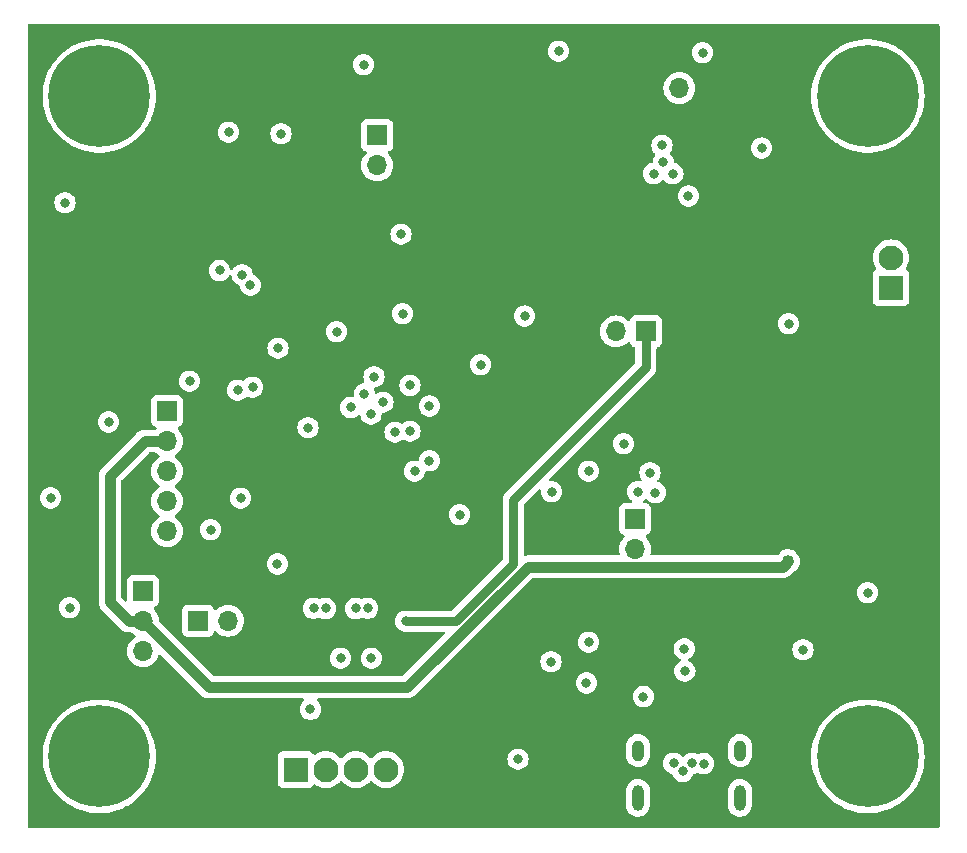
<source format=gbr>
%TF.GenerationSoftware,KiCad,Pcbnew,7.0.7*%
%TF.CreationDate,2024-10-25T12:06:38-05:00*%
%TF.ProjectId,TrackingTurrentBoard,54726163-6b69-46e6-9754-757272656e74,rev?*%
%TF.SameCoordinates,Original*%
%TF.FileFunction,Copper,L3,Inr*%
%TF.FilePolarity,Positive*%
%FSLAX46Y46*%
G04 Gerber Fmt 4.6, Leading zero omitted, Abs format (unit mm)*
G04 Created by KiCad (PCBNEW 7.0.7) date 2024-10-25 12:06:38*
%MOMM*%
%LPD*%
G01*
G04 APERTURE LIST*
%TA.AperFunction,ComponentPad*%
%ADD10R,1.700000X1.700000*%
%TD*%
%TA.AperFunction,ComponentPad*%
%ADD11O,1.700000X1.700000*%
%TD*%
%TA.AperFunction,ComponentPad*%
%ADD12R,2.100000X2.100000*%
%TD*%
%TA.AperFunction,ComponentPad*%
%ADD13C,2.100000*%
%TD*%
%TA.AperFunction,ComponentPad*%
%ADD14C,0.900000*%
%TD*%
%TA.AperFunction,ComponentPad*%
%ADD15C,8.600000*%
%TD*%
%TA.AperFunction,ComponentPad*%
%ADD16O,1.000000X2.200000*%
%TD*%
%TA.AperFunction,ComponentPad*%
%ADD17O,1.000000X1.800000*%
%TD*%
%TA.AperFunction,ViaPad*%
%ADD18C,0.800000*%
%TD*%
%TA.AperFunction,ViaPad*%
%ADD19C,1.016000*%
%TD*%
%TA.AperFunction,Conductor*%
%ADD20C,0.889000*%
%TD*%
%TA.AperFunction,Conductor*%
%ADD21C,0.762000*%
%TD*%
G04 APERTURE END LIST*
D10*
%TO.N,VBUS*%
%TO.C,J107*%
X162971400Y-81127600D03*
D11*
%TO.N,GND*%
X160431400Y-81127600D03*
%TD*%
D12*
%TO.N,VBUS*%
%TO.C,J108*%
X183725000Y-77440000D03*
D13*
%TO.N,GND*%
X183725000Y-74900000D03*
%TD*%
D12*
%TO.N,/Motors/OUTA1*%
%TO.C,J101*%
X133335000Y-118225000D03*
D13*
%TO.N,/Motors/OUTA2*%
X135875000Y-118225000D03*
%TO.N,/Motors/OUTB1*%
X138415000Y-118225000D03*
%TO.N,/Motors/OUTB2*%
X140955000Y-118225000D03*
%TD*%
D10*
%TO.N,/CHANNEL_B*%
%TO.C,J102*%
X122428000Y-87884000D03*
D11*
%TO.N,+5V*%
X122428000Y-90424000D03*
%TO.N,/CHANNEL_A*%
X122428000Y-92964000D03*
%TO.N,/INDEX*%
X122428000Y-95504000D03*
%TO.N,GND*%
X122428000Y-98044000D03*
%TD*%
D10*
%TO.N,+5V*%
%TO.C,J105*%
X162051800Y-97013200D03*
D11*
%TO.N,GND*%
X162051800Y-99553200D03*
%TD*%
D14*
%TO.N,GND*%
%TO.C,H104*%
X113465140Y-117116860D03*
X114409721Y-114836441D03*
X114409721Y-119397279D03*
X116690140Y-113891860D03*
D15*
X116690140Y-117116860D03*
D14*
X116690140Y-120341860D03*
X118970559Y-114836441D03*
X118970559Y-119397279D03*
X119915140Y-117116860D03*
%TD*%
%TO.N,GND*%
%TO.C,H101*%
X178534860Y-61191140D03*
X179479441Y-58910721D03*
X179479441Y-63471559D03*
X181759860Y-57966140D03*
D15*
X181759860Y-61191140D03*
D14*
X181759860Y-64416140D03*
X184040279Y-58910721D03*
X184040279Y-63471559D03*
X184984860Y-61191140D03*
%TD*%
D10*
%TO.N,/SERVO_PWM*%
%TO.C,J104*%
X120396000Y-103124000D03*
D11*
%TO.N,+5V*%
X120396000Y-105664000D03*
%TO.N,GND*%
X120396000Y-108204000D03*
%TD*%
D10*
%TO.N,Net-(J401-Pin_1)*%
%TO.C,J401*%
X125050000Y-105625000D03*
D11*
%TO.N,GND*%
X127590000Y-105625000D03*
%TD*%
D10*
%TO.N,+3.3V*%
%TO.C,J106*%
X165811200Y-63073200D03*
D11*
%TO.N,GND*%
X165811200Y-60533200D03*
%TD*%
D16*
%TO.N,GND*%
%TO.C,J110*%
X162305000Y-120625000D03*
X170945000Y-120625000D03*
D17*
X162305000Y-116625000D03*
X170945000Y-116625000D03*
%TD*%
D10*
%TO.N,/SDA*%
%TO.C,J103*%
X140225000Y-64525000D03*
D11*
%TO.N,/SCL*%
X140225000Y-67065000D03*
%TD*%
D14*
%TO.N,GND*%
%TO.C,H103*%
X178534860Y-117116860D03*
X179479441Y-114836441D03*
X179479441Y-119397279D03*
X181759860Y-113891860D03*
D15*
X181759860Y-117116860D03*
D14*
X181759860Y-120341860D03*
X184040279Y-114836441D03*
X184040279Y-119397279D03*
X184984860Y-117116860D03*
%TD*%
%TO.N,GND*%
%TO.C,H102*%
X113465140Y-61191140D03*
X114409721Y-58910721D03*
X114409721Y-63471559D03*
X116690140Y-57966140D03*
D15*
X116690140Y-61191140D03*
D14*
X116690140Y-64416140D03*
X118970559Y-58910721D03*
X118970559Y-63471559D03*
X119915140Y-61191140D03*
%TD*%
D18*
%TO.N,GND*%
X147193000Y-96647000D03*
X126873000Y-75971400D03*
X152146000Y-117348000D03*
X124333000Y-85344000D03*
X176276000Y-108077000D03*
X112575000Y-95225000D03*
X134575000Y-113125000D03*
X167767000Y-57531000D03*
X126111000Y-97917000D03*
X163322000Y-93091000D03*
X163775000Y-94775000D03*
X114173000Y-104521000D03*
X162750000Y-112050000D03*
X137125000Y-108800000D03*
X158115000Y-92964000D03*
X164338000Y-65379600D03*
X131826000Y-82550000D03*
X162275000Y-94700000D03*
X163626800Y-67767200D03*
X134366000Y-89281000D03*
X142367000Y-79629000D03*
X165252400Y-67767200D03*
X136779000Y-81153000D03*
X131775000Y-100825000D03*
X157937200Y-110896400D03*
X113792000Y-70231000D03*
X142240000Y-72898000D03*
X158115000Y-107442000D03*
X164439600Y-66802000D03*
X139065000Y-58547000D03*
X166217600Y-108000800D03*
X155575000Y-57404000D03*
X148971000Y-83947000D03*
X117475000Y-88800000D03*
X143383000Y-92964000D03*
X181737000Y-103251000D03*
X139725000Y-108800000D03*
X166268400Y-109880400D03*
X154940000Y-109093000D03*
%TO.N,+3.3V*%
X143510000Y-94996000D03*
X127254000Y-58547000D03*
X126873000Y-73660000D03*
X138811000Y-73406000D03*
X127000000Y-77851000D03*
X148971000Y-62103000D03*
X152146000Y-62103000D03*
X155321000Y-62103000D03*
X128905000Y-82423000D03*
X158877000Y-62103000D03*
X131699000Y-85598000D03*
X146975000Y-102500000D03*
D19*
%TO.N,+5V*%
X175006000Y-100584000D03*
D18*
%TO.N,VBUS*%
X142621000Y-105664000D03*
%TO.N,Net-(U201-SW)*%
X175056800Y-80480200D03*
X154990800Y-94704200D03*
X161086800Y-90640200D03*
%TO.N,Net-(U202-SW)*%
X166573200Y-69672200D03*
X172771200Y-65608200D03*
X152705200Y-79832200D03*
%TO.N,/EN\u005CFAULT*%
X141732000Y-89662000D03*
X139954000Y-84969701D03*
%TO.N,/STBY\u005CRST*%
X144648701Y-87452200D03*
X144648701Y-92079299D03*
%TO.N,/Motors/OUTA1*%
X134837000Y-104571500D03*
%TO.N,/Motors/OUTA2*%
X135853000Y-104588390D03*
%TO.N,/Motors/OUTB1*%
X138393000Y-104588390D03*
%TO.N,/Motors/OUTB2*%
X139409000Y-104571500D03*
%TO.N,/SERVO_PWM*%
X128397000Y-86106000D03*
%TO.N,/USB+*%
X166089765Y-118383980D03*
X167851880Y-117728732D03*
%TO.N,/USB-*%
X165313832Y-117688068D03*
X166875000Y-117700000D03*
%TO.N,/FTDI_RX*%
X137981200Y-87562200D03*
X139700000Y-88138000D03*
%TO.N,/FTDI_RTS*%
X139124201Y-86419201D03*
X140716000Y-87122000D03*
%TO.N,/FTDI_CTS*%
X143002000Y-85699600D03*
X143002000Y-89577500D03*
%TO.N,/STEP_PWM*%
X129671299Y-85856299D03*
X128651000Y-95250000D03*
%TO.N,/GPS_INT*%
X129479100Y-77216000D03*
X132080000Y-64389000D03*
%TO.N,/GPS_RST*%
X127635000Y-64262000D03*
X128778000Y-76327000D03*
%TD*%
D20*
%TO.N,+5V*%
X125984000Y-111252000D02*
X120396000Y-105664000D01*
X120523000Y-90424000D02*
X122428000Y-90424000D01*
X175006000Y-100584000D02*
X174542300Y-101047700D01*
X174542300Y-101047700D02*
X152952300Y-101047700D01*
X152952300Y-101047700D02*
X142748000Y-111252000D01*
X120396000Y-105664000D02*
X119193919Y-105664000D01*
X119193919Y-105664000D02*
X117602000Y-104072081D01*
X117602000Y-104072081D02*
X117602000Y-93345000D01*
X142748000Y-111252000D02*
X125984000Y-111252000D01*
X117602000Y-93345000D02*
X120523000Y-90424000D01*
D21*
%TO.N,VBUS*%
X146885724Y-105664000D02*
X146812000Y-105664000D01*
X162971400Y-84170600D02*
X151738362Y-95403638D01*
X162971400Y-81127600D02*
X162971400Y-84170600D01*
X151738362Y-95403638D02*
X151738362Y-100811362D01*
X151738362Y-100811362D02*
X146885724Y-105664000D01*
X146812000Y-105664000D02*
X142621000Y-105664000D01*
%TD*%
%TA.AperFunction,Conductor*%
%TO.N,+3.3V*%
G36*
X187775539Y-55138185D02*
G01*
X187821294Y-55190989D01*
X187832500Y-55242500D01*
X187832500Y-123065500D01*
X187812815Y-123132539D01*
X187760011Y-123178294D01*
X187708500Y-123189500D01*
X110741500Y-123189500D01*
X110674461Y-123169815D01*
X110628706Y-123117011D01*
X110617500Y-123065500D01*
X110617500Y-117116863D01*
X111884801Y-117116863D01*
X111904145Y-117547597D01*
X111904146Y-117547606D01*
X111962025Y-117974887D01*
X112057970Y-118395251D01*
X112191213Y-118805332D01*
X112191216Y-118805340D01*
X112360673Y-119201807D01*
X112360677Y-119201815D01*
X112411417Y-119296105D01*
X112565003Y-119581515D01*
X112565007Y-119581521D01*
X112565007Y-119581522D01*
X112802534Y-119941361D01*
X112802544Y-119941374D01*
X113071365Y-120278467D01*
X113071375Y-120278478D01*
X113071376Y-120278479D01*
X113369350Y-120590134D01*
X113694060Y-120873825D01*
X114042893Y-121127267D01*
X114413040Y-121348420D01*
X114413043Y-121348421D01*
X114413044Y-121348422D01*
X114413046Y-121348423D01*
X114801512Y-121535499D01*
X114801526Y-121535505D01*
X115205195Y-121687004D01*
X115205199Y-121687005D01*
X115205209Y-121687009D01*
X115620851Y-121801719D01*
X116045104Y-121878710D01*
X116474549Y-121917360D01*
X116474556Y-121917360D01*
X116905724Y-121917360D01*
X116905731Y-121917360D01*
X117335176Y-121878710D01*
X117759429Y-121801719D01*
X118175071Y-121687009D01*
X118578759Y-121535503D01*
X118967240Y-121348420D01*
X119088881Y-121275743D01*
X161304500Y-121275743D01*
X161319925Y-121427439D01*
X161380837Y-121621579D01*
X161380844Y-121621594D01*
X161479589Y-121799499D01*
X161479592Y-121799504D01*
X161612132Y-121953893D01*
X161612134Y-121953895D01*
X161773037Y-122078445D01*
X161773038Y-122078445D01*
X161773042Y-122078448D01*
X161955729Y-122168060D01*
X162152715Y-122219063D01*
X162355936Y-122229369D01*
X162557071Y-122198556D01*
X162747887Y-122127886D01*
X162920571Y-122020252D01*
X163068053Y-121880059D01*
X163184295Y-121713049D01*
X163264540Y-121526058D01*
X163305500Y-121326741D01*
X163305500Y-121275743D01*
X169944500Y-121275743D01*
X169959925Y-121427439D01*
X170020837Y-121621579D01*
X170020844Y-121621594D01*
X170119589Y-121799499D01*
X170119592Y-121799504D01*
X170252132Y-121953893D01*
X170252134Y-121953895D01*
X170413037Y-122078445D01*
X170413038Y-122078445D01*
X170413042Y-122078448D01*
X170595729Y-122168060D01*
X170792715Y-122219063D01*
X170995936Y-122229369D01*
X171197071Y-122198556D01*
X171387887Y-122127886D01*
X171560571Y-122020252D01*
X171708053Y-121880059D01*
X171824295Y-121713049D01*
X171904540Y-121526058D01*
X171945500Y-121326741D01*
X171945500Y-119974258D01*
X171942156Y-119941367D01*
X171930074Y-119822560D01*
X171869162Y-119628420D01*
X171869160Y-119628416D01*
X171869159Y-119628412D01*
X171770409Y-119450498D01*
X171770408Y-119450497D01*
X171770407Y-119450495D01*
X171637867Y-119296106D01*
X171637865Y-119296104D01*
X171476962Y-119171554D01*
X171476959Y-119171553D01*
X171476958Y-119171552D01*
X171294271Y-119081940D01*
X171097285Y-119030937D01*
X171097287Y-119030937D01*
X170961804Y-119024066D01*
X170894064Y-119020631D01*
X170894063Y-119020631D01*
X170894061Y-119020631D01*
X170692936Y-119051442D01*
X170692924Y-119051445D01*
X170502118Y-119122111D01*
X170502111Y-119122115D01*
X170329432Y-119229745D01*
X170329427Y-119229749D01*
X170181949Y-119369938D01*
X170181948Y-119369940D01*
X170065705Y-119536949D01*
X169985459Y-119723943D01*
X169944500Y-119923258D01*
X169944500Y-121275743D01*
X163305500Y-121275743D01*
X163305500Y-119974258D01*
X163302156Y-119941367D01*
X163290074Y-119822560D01*
X163229162Y-119628420D01*
X163229160Y-119628416D01*
X163229159Y-119628412D01*
X163130409Y-119450498D01*
X163130408Y-119450497D01*
X163130407Y-119450495D01*
X162997867Y-119296106D01*
X162997865Y-119296104D01*
X162836962Y-119171554D01*
X162836959Y-119171553D01*
X162836958Y-119171552D01*
X162654271Y-119081940D01*
X162457285Y-119030937D01*
X162457287Y-119030937D01*
X162321804Y-119024066D01*
X162254064Y-119020631D01*
X162254063Y-119020631D01*
X162254061Y-119020631D01*
X162052936Y-119051442D01*
X162052924Y-119051445D01*
X161862118Y-119122111D01*
X161862111Y-119122115D01*
X161689432Y-119229745D01*
X161689427Y-119229749D01*
X161541949Y-119369938D01*
X161541948Y-119369940D01*
X161425705Y-119536949D01*
X161345459Y-119723943D01*
X161304500Y-119923258D01*
X161304500Y-121275743D01*
X119088881Y-121275743D01*
X119337387Y-121127267D01*
X119686220Y-120873825D01*
X120010930Y-120590134D01*
X120308904Y-120278479D01*
X120577741Y-119941367D01*
X120815277Y-119581515D01*
X120954460Y-119322870D01*
X131784500Y-119322870D01*
X131784501Y-119322876D01*
X131790908Y-119382483D01*
X131841202Y-119517328D01*
X131841206Y-119517335D01*
X131927452Y-119632544D01*
X131927455Y-119632547D01*
X132042664Y-119718793D01*
X132042671Y-119718797D01*
X132177517Y-119769091D01*
X132177516Y-119769091D01*
X132184444Y-119769835D01*
X132237127Y-119775500D01*
X134432872Y-119775499D01*
X134492483Y-119769091D01*
X134627331Y-119718796D01*
X134742546Y-119632546D01*
X134820087Y-119528964D01*
X134876019Y-119487095D01*
X134945711Y-119482111D01*
X134984142Y-119497550D01*
X135168910Y-119610777D01*
X135394381Y-119704169D01*
X135394378Y-119704169D01*
X135394384Y-119704170D01*
X135394388Y-119704172D01*
X135631698Y-119761146D01*
X135875000Y-119780294D01*
X136118302Y-119761146D01*
X136355612Y-119704172D01*
X136581089Y-119610777D01*
X136789179Y-119483259D01*
X136974759Y-119324759D01*
X137042774Y-119245124D01*
X137050710Y-119235832D01*
X137109216Y-119197638D01*
X137179084Y-119197139D01*
X137238131Y-119234493D01*
X137239290Y-119235832D01*
X137313632Y-119322876D01*
X137315241Y-119324759D01*
X137382827Y-119382483D01*
X137500823Y-119483261D01*
X137500826Y-119483262D01*
X137708910Y-119610777D01*
X137934381Y-119704169D01*
X137934378Y-119704169D01*
X137934384Y-119704170D01*
X137934388Y-119704172D01*
X138171698Y-119761146D01*
X138415000Y-119780294D01*
X138658302Y-119761146D01*
X138895612Y-119704172D01*
X139121089Y-119610777D01*
X139329179Y-119483259D01*
X139514759Y-119324759D01*
X139582774Y-119245124D01*
X139590710Y-119235832D01*
X139649216Y-119197638D01*
X139719084Y-119197139D01*
X139778131Y-119234493D01*
X139779290Y-119235832D01*
X139853632Y-119322876D01*
X139855241Y-119324759D01*
X139922827Y-119382483D01*
X140040823Y-119483261D01*
X140040826Y-119483262D01*
X140248910Y-119610777D01*
X140474381Y-119704169D01*
X140474378Y-119704169D01*
X140474384Y-119704170D01*
X140474388Y-119704172D01*
X140711698Y-119761146D01*
X140955000Y-119780294D01*
X141198302Y-119761146D01*
X141435612Y-119704172D01*
X141661089Y-119610777D01*
X141869179Y-119483259D01*
X142054759Y-119324759D01*
X142213259Y-119139179D01*
X142340777Y-118931089D01*
X142434172Y-118705612D01*
X142491146Y-118468302D01*
X142510294Y-118225000D01*
X142491146Y-117981698D01*
X142434172Y-117744388D01*
X142410844Y-117688068D01*
X142340777Y-117518910D01*
X142236042Y-117348000D01*
X151240540Y-117348000D01*
X151260326Y-117536256D01*
X151260327Y-117536259D01*
X151318818Y-117716277D01*
X151318821Y-117716284D01*
X151413467Y-117880216D01*
X151504842Y-117981698D01*
X151540129Y-118020888D01*
X151693265Y-118132148D01*
X151693270Y-118132151D01*
X151866192Y-118209142D01*
X151866197Y-118209144D01*
X152051354Y-118248500D01*
X152051355Y-118248500D01*
X152240644Y-118248500D01*
X152240646Y-118248500D01*
X152425803Y-118209144D01*
X152598730Y-118132151D01*
X152751871Y-118020888D01*
X152878533Y-117880216D01*
X152973179Y-117716284D01*
X153031674Y-117536256D01*
X153051460Y-117348000D01*
X153031674Y-117159744D01*
X153004380Y-117075743D01*
X161304500Y-117075743D01*
X161319925Y-117227439D01*
X161380837Y-117421579D01*
X161380844Y-117421594D01*
X161479589Y-117599499D01*
X161479592Y-117599504D01*
X161612132Y-117753893D01*
X161612134Y-117753895D01*
X161773037Y-117878445D01*
X161773038Y-117878445D01*
X161773042Y-117878448D01*
X161955729Y-117968060D01*
X162152715Y-118019063D01*
X162355936Y-118029369D01*
X162557071Y-117998556D01*
X162747887Y-117927886D01*
X162920571Y-117820252D01*
X163059628Y-117688068D01*
X164408372Y-117688068D01*
X164428158Y-117876324D01*
X164428848Y-117878448D01*
X164486650Y-118056345D01*
X164486653Y-118056352D01*
X164581299Y-118220284D01*
X164707961Y-118360956D01*
X164861097Y-118472216D01*
X164861102Y-118472219D01*
X165034024Y-118549210D01*
X165034025Y-118549210D01*
X165034029Y-118549212D01*
X165138166Y-118571346D01*
X165138642Y-118571448D01*
X165200124Y-118604640D01*
X165230793Y-118654419D01*
X165262584Y-118752260D01*
X165262586Y-118752264D01*
X165357232Y-118916196D01*
X165370642Y-118931089D01*
X165483894Y-119056868D01*
X165637030Y-119168128D01*
X165637035Y-119168131D01*
X165809957Y-119245122D01*
X165809962Y-119245124D01*
X165995119Y-119284480D01*
X165995120Y-119284480D01*
X166184409Y-119284480D01*
X166184411Y-119284480D01*
X166369568Y-119245124D01*
X166542495Y-119168131D01*
X166695636Y-119056868D01*
X166822298Y-118916196D01*
X166916944Y-118752264D01*
X166943880Y-118669360D01*
X166983316Y-118611686D01*
X167036025Y-118586390D01*
X167154803Y-118561144D01*
X167154807Y-118561142D01*
X167154808Y-118561142D01*
X167282237Y-118504406D01*
X167351487Y-118495121D01*
X167394672Y-118510297D01*
X167399147Y-118512881D01*
X167399150Y-118512883D01*
X167399152Y-118512884D01*
X167399154Y-118512885D01*
X167572072Y-118589874D01*
X167572077Y-118589876D01*
X167757234Y-118629232D01*
X167757235Y-118629232D01*
X167946524Y-118629232D01*
X167946526Y-118629232D01*
X168131683Y-118589876D01*
X168304610Y-118512883D01*
X168457751Y-118401620D01*
X168584413Y-118260948D01*
X168679059Y-118097016D01*
X168737554Y-117916988D01*
X168757340Y-117728732D01*
X168737554Y-117540476D01*
X168679059Y-117360448D01*
X168584413Y-117196516D01*
X168475668Y-117075743D01*
X169944500Y-117075743D01*
X169959925Y-117227439D01*
X170020837Y-117421579D01*
X170020844Y-117421594D01*
X170119589Y-117599499D01*
X170119592Y-117599504D01*
X170252132Y-117753893D01*
X170252134Y-117753895D01*
X170413037Y-117878445D01*
X170413038Y-117878445D01*
X170413042Y-117878448D01*
X170595729Y-117968060D01*
X170792715Y-118019063D01*
X170995936Y-118029369D01*
X171197071Y-117998556D01*
X171387887Y-117927886D01*
X171560571Y-117820252D01*
X171708053Y-117680059D01*
X171824295Y-117513049D01*
X171904540Y-117326058D01*
X171945500Y-117126741D01*
X171945500Y-117116863D01*
X176954520Y-117116863D01*
X176973865Y-117547597D01*
X176973866Y-117547606D01*
X177031745Y-117974887D01*
X177127690Y-118395251D01*
X177260933Y-118805332D01*
X177260936Y-118805340D01*
X177430393Y-119201807D01*
X177430397Y-119201815D01*
X177481137Y-119296105D01*
X177634723Y-119581515D01*
X177634727Y-119581521D01*
X177634727Y-119581522D01*
X177872254Y-119941361D01*
X177872264Y-119941374D01*
X178141085Y-120278467D01*
X178141095Y-120278478D01*
X178141096Y-120278479D01*
X178439070Y-120590134D01*
X178763780Y-120873825D01*
X179112613Y-121127267D01*
X179482760Y-121348420D01*
X179482763Y-121348421D01*
X179482764Y-121348422D01*
X179482766Y-121348423D01*
X179871232Y-121535499D01*
X179871246Y-121535505D01*
X180274915Y-121687004D01*
X180274919Y-121687005D01*
X180274929Y-121687009D01*
X180690571Y-121801719D01*
X181114824Y-121878710D01*
X181544269Y-121917360D01*
X181544276Y-121917360D01*
X181975444Y-121917360D01*
X181975451Y-121917360D01*
X182404896Y-121878710D01*
X182829149Y-121801719D01*
X183244791Y-121687009D01*
X183648479Y-121535503D01*
X184036960Y-121348420D01*
X184407107Y-121127267D01*
X184755940Y-120873825D01*
X185080650Y-120590134D01*
X185378624Y-120278479D01*
X185647461Y-119941367D01*
X185884997Y-119581515D01*
X186089321Y-119201818D01*
X186102257Y-119171554D01*
X186140559Y-119081940D01*
X186258786Y-118805335D01*
X186392028Y-118395257D01*
X186487975Y-117974886D01*
X186545854Y-117547607D01*
X186564738Y-117127127D01*
X186565199Y-117116863D01*
X186565199Y-117116856D01*
X186556172Y-116915851D01*
X186545854Y-116686113D01*
X186487975Y-116258834D01*
X186392028Y-115838463D01*
X186258786Y-115428385D01*
X186169988Y-115220631D01*
X186089326Y-115031912D01*
X186089322Y-115031904D01*
X186089321Y-115031902D01*
X185884997Y-114652205D01*
X185884992Y-114652197D01*
X185647465Y-114292358D01*
X185647455Y-114292345D01*
X185378634Y-113955252D01*
X185378622Y-113955239D01*
X185080654Y-113643590D01*
X185080653Y-113643589D01*
X185080650Y-113643586D01*
X184755940Y-113359895D01*
X184755928Y-113359886D01*
X184407116Y-113106459D01*
X184407111Y-113106456D01*
X184407107Y-113106453D01*
X184036960Y-112885300D01*
X184036955Y-112885297D01*
X184036953Y-112885296D01*
X183648487Y-112698220D01*
X183648473Y-112698214D01*
X183244804Y-112546715D01*
X183244779Y-112546707D01*
X182829155Y-112432002D01*
X182404903Y-112355011D01*
X182404900Y-112355010D01*
X182404896Y-112355010D01*
X181975451Y-112316360D01*
X181544269Y-112316360D01*
X181114824Y-112355010D01*
X181114820Y-112355010D01*
X181114816Y-112355011D01*
X180690564Y-112432002D01*
X180274940Y-112546707D01*
X180274915Y-112546715D01*
X179871246Y-112698214D01*
X179871232Y-112698220D01*
X179482766Y-112885296D01*
X179482764Y-112885297D01*
X179112603Y-113106459D01*
X178763791Y-113359886D01*
X178763774Y-113359899D01*
X178439070Y-113643586D01*
X178439065Y-113643590D01*
X178141097Y-113955239D01*
X178141085Y-113955252D01*
X177872264Y-114292345D01*
X177872254Y-114292358D01*
X177634727Y-114652197D01*
X177634727Y-114652198D01*
X177430397Y-115031904D01*
X177430393Y-115031912D01*
X177260936Y-115428379D01*
X177260933Y-115428387D01*
X177127690Y-115838468D01*
X177031745Y-116258832D01*
X176973866Y-116686113D01*
X176973865Y-116686122D01*
X176954520Y-117116856D01*
X176954520Y-117116863D01*
X171945500Y-117116863D01*
X171945500Y-116174258D01*
X171930074Y-116022562D01*
X171930074Y-116022560D01*
X171869162Y-115828420D01*
X171869160Y-115828416D01*
X171869159Y-115828412D01*
X171770409Y-115650498D01*
X171770408Y-115650497D01*
X171770407Y-115650495D01*
X171637867Y-115496106D01*
X171637865Y-115496104D01*
X171476962Y-115371554D01*
X171476959Y-115371553D01*
X171476958Y-115371552D01*
X171294271Y-115281940D01*
X171097285Y-115230937D01*
X171097287Y-115230937D01*
X170961804Y-115224066D01*
X170894064Y-115220631D01*
X170894063Y-115220631D01*
X170894061Y-115220631D01*
X170692936Y-115251442D01*
X170692924Y-115251445D01*
X170502118Y-115322111D01*
X170502111Y-115322115D01*
X170329432Y-115429745D01*
X170329427Y-115429749D01*
X170181949Y-115569938D01*
X170181948Y-115569940D01*
X170065705Y-115736949D01*
X169985459Y-115923943D01*
X169944500Y-116123258D01*
X169944500Y-117075743D01*
X168475668Y-117075743D01*
X168457751Y-117055844D01*
X168457750Y-117055843D01*
X168304614Y-116944583D01*
X168304609Y-116944580D01*
X168131687Y-116867589D01*
X168131682Y-116867587D01*
X167985881Y-116836597D01*
X167946526Y-116828232D01*
X167757234Y-116828232D01*
X167724777Y-116835130D01*
X167572077Y-116867587D01*
X167444641Y-116924326D01*
X167375391Y-116933610D01*
X167332210Y-116918436D01*
X167327725Y-116915846D01*
X167154807Y-116838857D01*
X167154802Y-116838855D01*
X167009001Y-116807865D01*
X166969646Y-116799500D01*
X166780354Y-116799500D01*
X166747897Y-116806398D01*
X166595197Y-116838855D01*
X166595192Y-116838857D01*
X166422270Y-116915848D01*
X166422265Y-116915851D01*
X166269129Y-117027111D01*
X166269128Y-117027112D01*
X166191936Y-117112842D01*
X166132449Y-117149490D01*
X166062592Y-117148159D01*
X166007638Y-117112841D01*
X165919703Y-117015180D01*
X165919702Y-117015179D01*
X165766566Y-116903919D01*
X165766561Y-116903916D01*
X165593639Y-116826925D01*
X165593634Y-116826923D01*
X165447833Y-116795933D01*
X165408478Y-116787568D01*
X165219186Y-116787568D01*
X165186729Y-116794466D01*
X165034029Y-116826923D01*
X165034024Y-116826925D01*
X164861102Y-116903916D01*
X164861097Y-116903919D01*
X164707961Y-117015179D01*
X164581298Y-117155853D01*
X164486653Y-117319783D01*
X164486650Y-117319790D01*
X164428159Y-117499808D01*
X164428158Y-117499812D01*
X164417680Y-117599504D01*
X164409214Y-117680061D01*
X164408372Y-117688068D01*
X163059628Y-117688068D01*
X163068053Y-117680059D01*
X163184295Y-117513049D01*
X163264540Y-117326058D01*
X163305500Y-117126741D01*
X163305500Y-116174258D01*
X163290074Y-116022562D01*
X163290074Y-116022560D01*
X163229162Y-115828420D01*
X163229160Y-115828416D01*
X163229159Y-115828412D01*
X163130409Y-115650498D01*
X163130408Y-115650497D01*
X163130407Y-115650495D01*
X162997867Y-115496106D01*
X162997865Y-115496104D01*
X162836962Y-115371554D01*
X162836959Y-115371553D01*
X162836958Y-115371552D01*
X162654271Y-115281940D01*
X162457285Y-115230937D01*
X162457287Y-115230937D01*
X162321804Y-115224066D01*
X162254064Y-115220631D01*
X162254063Y-115220631D01*
X162254061Y-115220631D01*
X162052936Y-115251442D01*
X162052924Y-115251445D01*
X161862118Y-115322111D01*
X161862111Y-115322115D01*
X161689432Y-115429745D01*
X161689427Y-115429749D01*
X161541949Y-115569938D01*
X161541948Y-115569940D01*
X161425705Y-115736949D01*
X161345459Y-115923943D01*
X161304500Y-116123258D01*
X161304500Y-117075743D01*
X153004380Y-117075743D01*
X152973179Y-116979716D01*
X152878533Y-116815784D01*
X152751871Y-116675112D01*
X152751029Y-116674500D01*
X152598734Y-116563851D01*
X152598729Y-116563848D01*
X152425807Y-116486857D01*
X152425802Y-116486855D01*
X152280000Y-116455865D01*
X152240646Y-116447500D01*
X152051354Y-116447500D01*
X152018897Y-116454398D01*
X151866197Y-116486855D01*
X151866192Y-116486857D01*
X151693270Y-116563848D01*
X151693265Y-116563851D01*
X151540129Y-116675111D01*
X151413466Y-116815785D01*
X151318821Y-116979715D01*
X151318818Y-116979722D01*
X151261590Y-117155853D01*
X151260326Y-117159744D01*
X151240540Y-117348000D01*
X142236042Y-117348000D01*
X142213262Y-117310826D01*
X142213261Y-117310823D01*
X142163755Y-117252859D01*
X142054759Y-117125241D01*
X141884370Y-116979715D01*
X141869176Y-116966738D01*
X141869173Y-116966737D01*
X141661089Y-116839222D01*
X141435618Y-116745830D01*
X141435621Y-116745830D01*
X141329992Y-116720470D01*
X141198302Y-116688854D01*
X141198300Y-116688853D01*
X141198297Y-116688853D01*
X140955000Y-116669706D01*
X140711702Y-116688853D01*
X140711697Y-116688854D01*
X140711698Y-116688854D01*
X140535301Y-116731204D01*
X140474380Y-116745830D01*
X140248910Y-116839222D01*
X140040826Y-116966737D01*
X140040823Y-116966738D01*
X139855241Y-117125241D01*
X139779290Y-117214168D01*
X139720783Y-117252361D01*
X139650915Y-117252859D01*
X139591869Y-117215505D01*
X139590710Y-117214168D01*
X139544227Y-117159744D01*
X139514759Y-117125241D01*
X139344370Y-116979715D01*
X139329176Y-116966738D01*
X139329173Y-116966737D01*
X139121089Y-116839222D01*
X138895618Y-116745830D01*
X138895621Y-116745830D01*
X138789992Y-116720470D01*
X138658302Y-116688854D01*
X138658300Y-116688853D01*
X138658297Y-116688853D01*
X138415000Y-116669706D01*
X138171702Y-116688853D01*
X138171697Y-116688854D01*
X138171698Y-116688854D01*
X137995301Y-116731204D01*
X137934380Y-116745830D01*
X137708910Y-116839222D01*
X137500826Y-116966737D01*
X137500823Y-116966738D01*
X137315241Y-117125241D01*
X137239290Y-117214168D01*
X137180783Y-117252361D01*
X137110915Y-117252859D01*
X137051869Y-117215505D01*
X137050710Y-117214168D01*
X137004227Y-117159744D01*
X136974759Y-117125241D01*
X136804370Y-116979715D01*
X136789176Y-116966738D01*
X136789173Y-116966737D01*
X136581089Y-116839222D01*
X136355618Y-116745830D01*
X136355621Y-116745830D01*
X136249992Y-116720470D01*
X136118302Y-116688854D01*
X136118300Y-116688853D01*
X136118297Y-116688853D01*
X135875000Y-116669706D01*
X135631702Y-116688853D01*
X135631697Y-116688854D01*
X135631698Y-116688854D01*
X135455301Y-116731204D01*
X135394380Y-116745830D01*
X135168910Y-116839222D01*
X134984142Y-116952449D01*
X134916696Y-116970694D01*
X134850094Y-116949578D01*
X134820086Y-116921033D01*
X134742547Y-116817455D01*
X134742544Y-116817452D01*
X134627335Y-116731206D01*
X134627328Y-116731202D01*
X134492482Y-116680908D01*
X134492483Y-116680908D01*
X134432883Y-116674501D01*
X134432881Y-116674500D01*
X134432873Y-116674500D01*
X134432864Y-116674500D01*
X132237129Y-116674500D01*
X132237123Y-116674501D01*
X132177516Y-116680908D01*
X132042671Y-116731202D01*
X132042664Y-116731206D01*
X131927455Y-116817452D01*
X131927452Y-116817455D01*
X131841206Y-116932664D01*
X131841202Y-116932671D01*
X131790908Y-117067517D01*
X131784501Y-117127116D01*
X131784500Y-117127135D01*
X131784500Y-119322870D01*
X120954460Y-119322870D01*
X121019601Y-119201818D01*
X121032537Y-119171554D01*
X121070839Y-119081940D01*
X121189066Y-118805335D01*
X121322308Y-118395257D01*
X121418255Y-117974886D01*
X121476134Y-117547607D01*
X121495018Y-117127127D01*
X121495479Y-117116863D01*
X121495479Y-117116856D01*
X121486452Y-116915851D01*
X121476134Y-116686113D01*
X121418255Y-116258834D01*
X121322308Y-115838463D01*
X121189066Y-115428385D01*
X121100268Y-115220631D01*
X121019606Y-115031912D01*
X121019602Y-115031904D01*
X121019601Y-115031902D01*
X120815277Y-114652205D01*
X120815272Y-114652197D01*
X120577745Y-114292358D01*
X120577735Y-114292345D01*
X120308914Y-113955252D01*
X120308902Y-113955239D01*
X120010934Y-113643590D01*
X120010933Y-113643589D01*
X120010930Y-113643586D01*
X119686220Y-113359895D01*
X119686208Y-113359886D01*
X119337396Y-113106459D01*
X119337391Y-113106456D01*
X119337387Y-113106453D01*
X118967240Y-112885300D01*
X118967235Y-112885297D01*
X118967233Y-112885296D01*
X118578767Y-112698220D01*
X118578753Y-112698214D01*
X118175084Y-112546715D01*
X118175059Y-112546707D01*
X117759435Y-112432002D01*
X117335183Y-112355011D01*
X117335180Y-112355010D01*
X117335176Y-112355010D01*
X116905731Y-112316360D01*
X116474549Y-112316360D01*
X116045104Y-112355010D01*
X116045100Y-112355010D01*
X116045096Y-112355011D01*
X115620844Y-112432002D01*
X115205220Y-112546707D01*
X115205195Y-112546715D01*
X114801526Y-112698214D01*
X114801512Y-112698220D01*
X114413046Y-112885296D01*
X114413044Y-112885297D01*
X114042883Y-113106459D01*
X113694071Y-113359886D01*
X113694054Y-113359899D01*
X113369350Y-113643586D01*
X113369345Y-113643590D01*
X113071377Y-113955239D01*
X113071365Y-113955252D01*
X112802544Y-114292345D01*
X112802534Y-114292358D01*
X112565007Y-114652197D01*
X112565007Y-114652198D01*
X112360677Y-115031904D01*
X112360673Y-115031912D01*
X112191216Y-115428379D01*
X112191213Y-115428387D01*
X112057970Y-115838468D01*
X111962025Y-116258832D01*
X111904146Y-116686113D01*
X111904145Y-116686122D01*
X111884801Y-117116856D01*
X111884801Y-117116863D01*
X110617500Y-117116863D01*
X110617500Y-104521000D01*
X113267540Y-104521000D01*
X113287326Y-104709256D01*
X113287327Y-104709259D01*
X113345818Y-104889277D01*
X113345821Y-104889284D01*
X113440467Y-105053216D01*
X113511211Y-105131785D01*
X113567129Y-105193888D01*
X113720265Y-105305148D01*
X113720270Y-105305151D01*
X113893192Y-105382142D01*
X113893197Y-105382144D01*
X114078354Y-105421500D01*
X114078355Y-105421500D01*
X114267644Y-105421500D01*
X114267646Y-105421500D01*
X114452803Y-105382144D01*
X114625730Y-105305151D01*
X114778871Y-105193888D01*
X114905533Y-105053216D01*
X115000179Y-104889284D01*
X115058674Y-104709256D01*
X115078460Y-104521000D01*
X115058674Y-104332744D01*
X115000179Y-104152716D01*
X114905533Y-103988784D01*
X114778871Y-103848112D01*
X114762130Y-103835949D01*
X114625734Y-103736851D01*
X114625729Y-103736848D01*
X114452807Y-103659857D01*
X114452802Y-103659855D01*
X114307001Y-103628865D01*
X114267646Y-103620500D01*
X114078354Y-103620500D01*
X114045897Y-103627398D01*
X113893197Y-103659855D01*
X113893192Y-103659857D01*
X113720270Y-103736848D01*
X113720265Y-103736851D01*
X113567129Y-103848111D01*
X113440466Y-103988785D01*
X113345821Y-104152715D01*
X113345818Y-104152722D01*
X113287716Y-104331544D01*
X113287326Y-104332744D01*
X113267540Y-104521000D01*
X110617500Y-104521000D01*
X110617500Y-95225000D01*
X111669540Y-95225000D01*
X111689326Y-95413256D01*
X111689327Y-95413259D01*
X111747818Y-95593277D01*
X111747821Y-95593284D01*
X111842467Y-95757216D01*
X111969129Y-95897888D01*
X112122265Y-96009148D01*
X112122270Y-96009151D01*
X112295192Y-96086142D01*
X112295197Y-96086144D01*
X112480354Y-96125500D01*
X112480355Y-96125500D01*
X112669644Y-96125500D01*
X112669646Y-96125500D01*
X112854803Y-96086144D01*
X113027730Y-96009151D01*
X113180871Y-95897888D01*
X113307533Y-95757216D01*
X113402179Y-95593284D01*
X113460674Y-95413256D01*
X113480460Y-95225000D01*
X113460674Y-95036744D01*
X113402179Y-94856716D01*
X113307533Y-94692784D01*
X113180871Y-94552112D01*
X113180870Y-94552111D01*
X113027734Y-94440851D01*
X113027729Y-94440848D01*
X112854807Y-94363857D01*
X112854802Y-94363855D01*
X112695357Y-94329965D01*
X112669646Y-94324500D01*
X112480354Y-94324500D01*
X112454643Y-94329965D01*
X112295197Y-94363855D01*
X112295192Y-94363857D01*
X112122270Y-94440848D01*
X112122265Y-94440851D01*
X111969129Y-94552111D01*
X111842466Y-94692785D01*
X111747821Y-94856715D01*
X111747818Y-94856722D01*
X111689327Y-95036740D01*
X111689326Y-95036744D01*
X111669540Y-95225000D01*
X110617500Y-95225000D01*
X110617500Y-93369061D01*
X116652431Y-93369061D01*
X116654501Y-93385310D01*
X116656503Y-93401033D01*
X116657000Y-93408863D01*
X116657000Y-104060117D01*
X116654868Y-104144204D01*
X116665067Y-104201108D01*
X116665721Y-104205774D01*
X116671570Y-104263282D01*
X116671571Y-104263290D01*
X116681220Y-104294047D01*
X116683092Y-104301672D01*
X116688776Y-104333386D01*
X116688778Y-104333392D01*
X116710217Y-104387065D01*
X116711796Y-104391501D01*
X116729106Y-104446666D01*
X116729109Y-104446673D01*
X116744749Y-104474852D01*
X116748116Y-104481943D01*
X116760071Y-104511869D01*
X116791885Y-104560143D01*
X116794320Y-104564162D01*
X116822371Y-104614701D01*
X116822375Y-104614707D01*
X116822379Y-104614713D01*
X116831644Y-104625505D01*
X116843369Y-104639164D01*
X116848098Y-104645437D01*
X116865833Y-104672346D01*
X116906726Y-104713239D01*
X116909918Y-104716684D01*
X116947569Y-104760542D01*
X116973047Y-104780263D01*
X116978943Y-104785456D01*
X118517250Y-106323763D01*
X118575198Y-106384724D01*
X118606916Y-106406800D01*
X118622638Y-106417743D01*
X118626402Y-106420580D01*
X118671205Y-106457113D01*
X118671209Y-106457115D01*
X118671211Y-106457117D01*
X118699775Y-106472037D01*
X118706486Y-106476102D01*
X118732944Y-106494518D01*
X118786077Y-106517319D01*
X118790323Y-106519336D01*
X118841564Y-106546102D01*
X118872552Y-106554968D01*
X118879933Y-106557596D01*
X118909562Y-106570311D01*
X118929748Y-106574459D01*
X118966185Y-106581948D01*
X118970762Y-106583071D01*
X119002247Y-106592079D01*
X119026342Y-106598974D01*
X119058472Y-106601420D01*
X119066254Y-106602512D01*
X119097822Y-106609000D01*
X119155640Y-106609000D01*
X119160347Y-106609178D01*
X119184941Y-106611051D01*
X119217980Y-106613568D01*
X119217980Y-106613567D01*
X119217982Y-106613568D01*
X119249952Y-106609496D01*
X119257781Y-106609000D01*
X119379742Y-106609000D01*
X119446781Y-106628685D01*
X119467423Y-106645319D01*
X119524597Y-106702493D01*
X119524603Y-106702498D01*
X119710158Y-106832425D01*
X119753783Y-106887002D01*
X119760977Y-106956500D01*
X119729454Y-107018855D01*
X119710158Y-107035575D01*
X119524597Y-107165505D01*
X119357505Y-107332597D01*
X119221965Y-107526169D01*
X119221964Y-107526171D01*
X119122098Y-107740335D01*
X119122094Y-107740344D01*
X119060938Y-107968586D01*
X119060936Y-107968596D01*
X119040341Y-108203999D01*
X119040341Y-108204000D01*
X119060936Y-108439403D01*
X119060938Y-108439413D01*
X119122094Y-108667655D01*
X119122096Y-108667659D01*
X119122097Y-108667663D01*
X119212321Y-108861148D01*
X119221965Y-108881830D01*
X119221967Y-108881834D01*
X119317279Y-109017953D01*
X119357505Y-109075401D01*
X119524599Y-109242495D01*
X119579960Y-109281259D01*
X119718165Y-109378032D01*
X119718167Y-109378033D01*
X119718170Y-109378035D01*
X119932337Y-109477903D01*
X120160592Y-109539063D01*
X120348918Y-109555539D01*
X120395999Y-109559659D01*
X120396000Y-109559659D01*
X120396001Y-109559659D01*
X120435234Y-109556226D01*
X120631408Y-109539063D01*
X120859663Y-109477903D01*
X121073830Y-109378035D01*
X121267401Y-109242495D01*
X121434495Y-109075401D01*
X121570035Y-108881830D01*
X121669903Y-108667663D01*
X121697434Y-108564911D01*
X121733800Y-108505251D01*
X121796646Y-108474721D01*
X121866022Y-108483015D01*
X121904891Y-108509323D01*
X125307331Y-111911763D01*
X125365279Y-111972724D01*
X125387467Y-111988167D01*
X125412719Y-112005743D01*
X125416483Y-112008580D01*
X125461286Y-112045113D01*
X125461290Y-112045115D01*
X125461292Y-112045117D01*
X125489856Y-112060037D01*
X125496567Y-112064102D01*
X125523025Y-112082518D01*
X125576158Y-112105319D01*
X125580404Y-112107336D01*
X125631645Y-112134102D01*
X125662633Y-112142968D01*
X125670014Y-112145596D01*
X125699643Y-112158311D01*
X125719829Y-112162459D01*
X125756266Y-112169948D01*
X125760843Y-112171071D01*
X125792328Y-112180079D01*
X125816423Y-112186974D01*
X125848553Y-112189420D01*
X125856335Y-112190512D01*
X125887903Y-112197000D01*
X125945721Y-112197000D01*
X125950428Y-112197178D01*
X125975022Y-112199051D01*
X126008061Y-112201568D01*
X126008061Y-112201567D01*
X126008063Y-112201568D01*
X126040033Y-112197496D01*
X126047862Y-112197000D01*
X133938628Y-112197000D01*
X134005667Y-112216685D01*
X134051422Y-112269489D01*
X134061366Y-112338647D01*
X134032341Y-112402203D01*
X134011513Y-112421318D01*
X133969129Y-112452111D01*
X133842466Y-112592785D01*
X133747821Y-112756715D01*
X133747818Y-112756722D01*
X133697644Y-112911144D01*
X133689326Y-112936744D01*
X133669540Y-113125000D01*
X133689326Y-113313256D01*
X133689327Y-113313259D01*
X133747818Y-113493277D01*
X133747821Y-113493284D01*
X133842467Y-113657216D01*
X133969129Y-113797888D01*
X134122265Y-113909148D01*
X134122270Y-113909151D01*
X134295192Y-113986142D01*
X134295197Y-113986144D01*
X134480354Y-114025500D01*
X134480355Y-114025500D01*
X134669644Y-114025500D01*
X134669646Y-114025500D01*
X134854803Y-113986144D01*
X135027730Y-113909151D01*
X135180871Y-113797888D01*
X135307533Y-113657216D01*
X135402179Y-113493284D01*
X135460674Y-113313256D01*
X135480460Y-113125000D01*
X135460674Y-112936744D01*
X135402179Y-112756716D01*
X135307533Y-112592784D01*
X135180871Y-112452112D01*
X135153192Y-112432002D01*
X135138487Y-112421318D01*
X135095821Y-112365988D01*
X135089842Y-112296375D01*
X135122448Y-112234580D01*
X135183287Y-112200222D01*
X135211372Y-112197000D01*
X142736037Y-112197000D01*
X142820121Y-112199131D01*
X142820121Y-112199130D01*
X142820127Y-112199131D01*
X142877045Y-112188928D01*
X142881683Y-112188277D01*
X142939208Y-112182429D01*
X142969966Y-112172778D01*
X142977590Y-112170907D01*
X143009306Y-112165223D01*
X143009310Y-112165221D01*
X143009312Y-112165221D01*
X143030797Y-112156638D01*
X143062999Y-112143775D01*
X143067416Y-112142203D01*
X143122588Y-112124893D01*
X143150777Y-112109246D01*
X143157849Y-112105887D01*
X143187788Y-112093929D01*
X143236059Y-112062115D01*
X143240085Y-112059676D01*
X143257518Y-112050000D01*
X161844540Y-112050000D01*
X161864326Y-112238256D01*
X161864327Y-112238259D01*
X161922818Y-112418277D01*
X161922821Y-112418284D01*
X162017467Y-112582216D01*
X162121915Y-112698217D01*
X162144129Y-112722888D01*
X162297265Y-112834148D01*
X162297270Y-112834151D01*
X162470192Y-112911142D01*
X162470197Y-112911144D01*
X162655354Y-112950500D01*
X162655355Y-112950500D01*
X162844644Y-112950500D01*
X162844646Y-112950500D01*
X163029803Y-112911144D01*
X163202730Y-112834151D01*
X163355871Y-112722888D01*
X163482533Y-112582216D01*
X163577179Y-112418284D01*
X163635674Y-112238256D01*
X163655460Y-112050000D01*
X163635674Y-111861744D01*
X163577179Y-111681716D01*
X163482533Y-111517784D01*
X163355871Y-111377112D01*
X163355870Y-111377111D01*
X163202734Y-111265851D01*
X163202729Y-111265848D01*
X163029807Y-111188857D01*
X163029802Y-111188855D01*
X162884001Y-111157865D01*
X162844646Y-111149500D01*
X162655354Y-111149500D01*
X162622897Y-111156398D01*
X162470197Y-111188855D01*
X162470192Y-111188857D01*
X162297270Y-111265848D01*
X162297265Y-111265851D01*
X162144129Y-111377111D01*
X162017466Y-111517785D01*
X161922821Y-111681715D01*
X161922818Y-111681722D01*
X161885395Y-111796900D01*
X161864326Y-111861744D01*
X161844540Y-112050000D01*
X143257518Y-112050000D01*
X143290632Y-112031621D01*
X143315084Y-112010628D01*
X143321357Y-112005900D01*
X143348265Y-111988167D01*
X143348264Y-111988166D01*
X143389170Y-111947260D01*
X143392575Y-111944104D01*
X143436461Y-111906431D01*
X143456191Y-111880940D01*
X143461362Y-111875068D01*
X144440030Y-110896400D01*
X157031740Y-110896400D01*
X157051526Y-111084656D01*
X157051527Y-111084659D01*
X157110018Y-111264677D01*
X157110021Y-111264684D01*
X157204667Y-111428616D01*
X157331328Y-111569288D01*
X157331329Y-111569288D01*
X157484465Y-111680548D01*
X157484470Y-111680551D01*
X157657392Y-111757542D01*
X157657397Y-111757544D01*
X157842554Y-111796900D01*
X157842555Y-111796900D01*
X158031844Y-111796900D01*
X158031846Y-111796900D01*
X158217003Y-111757544D01*
X158389930Y-111680551D01*
X158543071Y-111569288D01*
X158669733Y-111428616D01*
X158764379Y-111264684D01*
X158822874Y-111084656D01*
X158842660Y-110896400D01*
X158822874Y-110708144D01*
X158764379Y-110528116D01*
X158669733Y-110364184D01*
X158543071Y-110223512D01*
X158543070Y-110223511D01*
X158389934Y-110112251D01*
X158389929Y-110112248D01*
X158217007Y-110035257D01*
X158217002Y-110035255D01*
X158071201Y-110004265D01*
X158031846Y-109995900D01*
X157842554Y-109995900D01*
X157810097Y-110002798D01*
X157657397Y-110035255D01*
X157657392Y-110035257D01*
X157484470Y-110112248D01*
X157484465Y-110112251D01*
X157331329Y-110223511D01*
X157204666Y-110364185D01*
X157110021Y-110528115D01*
X157110018Y-110528122D01*
X157065691Y-110664548D01*
X157051526Y-110708144D01*
X157031740Y-110896400D01*
X144440030Y-110896400D01*
X146243430Y-109093000D01*
X154034540Y-109093000D01*
X154054326Y-109281256D01*
X154054327Y-109281259D01*
X154112818Y-109461277D01*
X154112821Y-109461284D01*
X154207467Y-109625216D01*
X154334129Y-109765888D01*
X154487265Y-109877148D01*
X154487270Y-109877151D01*
X154660192Y-109954142D01*
X154660197Y-109954144D01*
X154845354Y-109993500D01*
X154845355Y-109993500D01*
X155034644Y-109993500D01*
X155034646Y-109993500D01*
X155219803Y-109954144D01*
X155392730Y-109877151D01*
X155545871Y-109765888D01*
X155672533Y-109625216D01*
X155767179Y-109461284D01*
X155825674Y-109281256D01*
X155845460Y-109093000D01*
X155825674Y-108904744D01*
X155767179Y-108724716D01*
X155672533Y-108560784D01*
X155545871Y-108420112D01*
X155475637Y-108369084D01*
X155392734Y-108308851D01*
X155392729Y-108308848D01*
X155219807Y-108231857D01*
X155219802Y-108231855D01*
X155074000Y-108200865D01*
X155034646Y-108192500D01*
X154845354Y-108192500D01*
X154812897Y-108199398D01*
X154660197Y-108231855D01*
X154660192Y-108231857D01*
X154487270Y-108308848D01*
X154487265Y-108308851D01*
X154334129Y-108420111D01*
X154207466Y-108560785D01*
X154112821Y-108724715D01*
X154112818Y-108724722D01*
X154055445Y-108901300D01*
X154054326Y-108904744D01*
X154034540Y-109093000D01*
X146243430Y-109093000D01*
X147894430Y-107442000D01*
X157209540Y-107442000D01*
X157229326Y-107630256D01*
X157229327Y-107630259D01*
X157287818Y-107810277D01*
X157287821Y-107810284D01*
X157382467Y-107974216D01*
X157509129Y-108114887D01*
X157509129Y-108114888D01*
X157662265Y-108226148D01*
X157662270Y-108226151D01*
X157835192Y-108303142D01*
X157835197Y-108303144D01*
X158020354Y-108342500D01*
X158020355Y-108342500D01*
X158209644Y-108342500D01*
X158209646Y-108342500D01*
X158394803Y-108303144D01*
X158567730Y-108226151D01*
X158720871Y-108114888D01*
X158823597Y-108000800D01*
X165312140Y-108000800D01*
X165331926Y-108189056D01*
X165331927Y-108189059D01*
X165390418Y-108369077D01*
X165390421Y-108369084D01*
X165485067Y-108533016D01*
X165606297Y-108667655D01*
X165611729Y-108673688D01*
X165764865Y-108784948D01*
X165764870Y-108784951D01*
X165885432Y-108838630D01*
X165938669Y-108883881D01*
X165958990Y-108950730D01*
X165939944Y-109017953D01*
X165887578Y-109064208D01*
X165885433Y-109065188D01*
X165815667Y-109096250D01*
X165815665Y-109096251D01*
X165662529Y-109207511D01*
X165535866Y-109348185D01*
X165441221Y-109512115D01*
X165441218Y-109512122D01*
X165382727Y-109692140D01*
X165382726Y-109692144D01*
X165362940Y-109880400D01*
X165382726Y-110068656D01*
X165382727Y-110068659D01*
X165441218Y-110248677D01*
X165441221Y-110248684D01*
X165535867Y-110412616D01*
X165662528Y-110553287D01*
X165662529Y-110553288D01*
X165815665Y-110664548D01*
X165815670Y-110664551D01*
X165988592Y-110741542D01*
X165988597Y-110741544D01*
X166173754Y-110780900D01*
X166173755Y-110780900D01*
X166363044Y-110780900D01*
X166363046Y-110780900D01*
X166548203Y-110741544D01*
X166721130Y-110664551D01*
X166874271Y-110553288D01*
X167000933Y-110412616D01*
X167095579Y-110248684D01*
X167154074Y-110068656D01*
X167173860Y-109880400D01*
X167154074Y-109692144D01*
X167095579Y-109512116D01*
X167000933Y-109348184D01*
X166874271Y-109207512D01*
X166874270Y-109207511D01*
X166721134Y-109096251D01*
X166721132Y-109096250D01*
X166600566Y-109042569D01*
X166547330Y-108997318D01*
X166527009Y-108930469D01*
X166546055Y-108863245D01*
X166598422Y-108816990D01*
X166600443Y-108816066D01*
X166670330Y-108784951D01*
X166823471Y-108673688D01*
X166950133Y-108533016D01*
X167044779Y-108369084D01*
X167103274Y-108189056D01*
X167115051Y-108077000D01*
X175370540Y-108077000D01*
X175390326Y-108265256D01*
X175390327Y-108265259D01*
X175448818Y-108445277D01*
X175448821Y-108445284D01*
X175543467Y-108609216D01*
X175670128Y-108749888D01*
X175670129Y-108749888D01*
X175823265Y-108861148D01*
X175823270Y-108861151D01*
X175996192Y-108938142D01*
X175996197Y-108938144D01*
X176181354Y-108977500D01*
X176181355Y-108977500D01*
X176370644Y-108977500D01*
X176370646Y-108977500D01*
X176555803Y-108938144D01*
X176728730Y-108861151D01*
X176881871Y-108749888D01*
X177008533Y-108609216D01*
X177103179Y-108445284D01*
X177161674Y-108265256D01*
X177181460Y-108077000D01*
X177161674Y-107888744D01*
X177103179Y-107708716D01*
X177008533Y-107544784D01*
X176881871Y-107404112D01*
X176881870Y-107404111D01*
X176728734Y-107292851D01*
X176728729Y-107292848D01*
X176555807Y-107215857D01*
X176555802Y-107215855D01*
X176410000Y-107184865D01*
X176370646Y-107176500D01*
X176181354Y-107176500D01*
X176148897Y-107183398D01*
X175996197Y-107215855D01*
X175996192Y-107215857D01*
X175823270Y-107292848D01*
X175823265Y-107292851D01*
X175670129Y-107404111D01*
X175543466Y-107544785D01*
X175448821Y-107708715D01*
X175448818Y-107708722D01*
X175390327Y-107888740D01*
X175390326Y-107888744D01*
X175370540Y-108077000D01*
X167115051Y-108077000D01*
X167123060Y-108000800D01*
X167103274Y-107812544D01*
X167044779Y-107632516D01*
X166950133Y-107468584D01*
X166823471Y-107327912D01*
X166823470Y-107327911D01*
X166670334Y-107216651D01*
X166670329Y-107216648D01*
X166497407Y-107139657D01*
X166497402Y-107139655D01*
X166351601Y-107108665D01*
X166312246Y-107100300D01*
X166122954Y-107100300D01*
X166090497Y-107107198D01*
X165937797Y-107139655D01*
X165937792Y-107139657D01*
X165764870Y-107216648D01*
X165764865Y-107216651D01*
X165611729Y-107327911D01*
X165485066Y-107468585D01*
X165390421Y-107632515D01*
X165390418Y-107632522D01*
X165332660Y-107810284D01*
X165331926Y-107812544D01*
X165312140Y-108000800D01*
X158823597Y-108000800D01*
X158847533Y-107974216D01*
X158942179Y-107810284D01*
X159000674Y-107630256D01*
X159020460Y-107442000D01*
X159000674Y-107253744D01*
X158942179Y-107073716D01*
X158847533Y-106909784D01*
X158720871Y-106769112D01*
X158720870Y-106769111D01*
X158567734Y-106657851D01*
X158567729Y-106657848D01*
X158394807Y-106580857D01*
X158394802Y-106580855D01*
X158241214Y-106548210D01*
X158209646Y-106541500D01*
X158020354Y-106541500D01*
X157998708Y-106546101D01*
X157835197Y-106580855D01*
X157835192Y-106580857D01*
X157662270Y-106657848D01*
X157662265Y-106657851D01*
X157509129Y-106769111D01*
X157382466Y-106909785D01*
X157287821Y-107073715D01*
X157287818Y-107073722D01*
X157241636Y-107215857D01*
X157229326Y-107253744D01*
X157209540Y-107442000D01*
X147894430Y-107442000D01*
X152085431Y-103251000D01*
X180831540Y-103251000D01*
X180851326Y-103439256D01*
X180851327Y-103439259D01*
X180909818Y-103619277D01*
X180909821Y-103619284D01*
X181004467Y-103783216D01*
X181108370Y-103898612D01*
X181131129Y-103923888D01*
X181284265Y-104035148D01*
X181284270Y-104035151D01*
X181457192Y-104112142D01*
X181457197Y-104112144D01*
X181642354Y-104151500D01*
X181642355Y-104151500D01*
X181831644Y-104151500D01*
X181831646Y-104151500D01*
X182016803Y-104112144D01*
X182189730Y-104035151D01*
X182342871Y-103923888D01*
X182469533Y-103783216D01*
X182564179Y-103619284D01*
X182622674Y-103439256D01*
X182642460Y-103251000D01*
X182622674Y-103062744D01*
X182564179Y-102882716D01*
X182469533Y-102718784D01*
X182342871Y-102578112D01*
X182342870Y-102578111D01*
X182189734Y-102466851D01*
X182189729Y-102466848D01*
X182016807Y-102389857D01*
X182016802Y-102389855D01*
X181871000Y-102358865D01*
X181831646Y-102350500D01*
X181642354Y-102350500D01*
X181609897Y-102357398D01*
X181457197Y-102389855D01*
X181457192Y-102389857D01*
X181284270Y-102466848D01*
X181284265Y-102466851D01*
X181131129Y-102578111D01*
X181004466Y-102718785D01*
X180909821Y-102882715D01*
X180909818Y-102882722D01*
X180851327Y-103062740D01*
X180851326Y-103062744D01*
X180831540Y-103251000D01*
X152085431Y-103251000D01*
X153307412Y-102029019D01*
X153368736Y-101995534D01*
X153395094Y-101992700D01*
X174530337Y-101992700D01*
X174614421Y-101994831D01*
X174614421Y-101994830D01*
X174614427Y-101994831D01*
X174671345Y-101984628D01*
X174675983Y-101983977D01*
X174733508Y-101978129D01*
X174764266Y-101968478D01*
X174771890Y-101966607D01*
X174803606Y-101960923D01*
X174803610Y-101960921D01*
X174803612Y-101960921D01*
X174825097Y-101952338D01*
X174857299Y-101939475D01*
X174861716Y-101937903D01*
X174916888Y-101920593D01*
X174945077Y-101904946D01*
X174952149Y-101901587D01*
X174982088Y-101889629D01*
X175030359Y-101857815D01*
X175034385Y-101855376D01*
X175084932Y-101827321D01*
X175109384Y-101806328D01*
X175115657Y-101801600D01*
X175142565Y-101783867D01*
X175146524Y-101779908D01*
X175183470Y-101742960D01*
X175186875Y-101739804D01*
X175230761Y-101702131D01*
X175250491Y-101676640D01*
X175255662Y-101670768D01*
X175407408Y-101519022D01*
X175436632Y-101497348D01*
X175569004Y-101426595D01*
X175722568Y-101300568D01*
X175848595Y-101147004D01*
X175942241Y-100971804D01*
X175999908Y-100781701D01*
X176019380Y-100584000D01*
X175999908Y-100386299D01*
X175942241Y-100196196D01*
X175942239Y-100196193D01*
X175942239Y-100196191D01*
X175848598Y-100021001D01*
X175848594Y-100020994D01*
X175722568Y-99867431D01*
X175569005Y-99741405D01*
X175568998Y-99741401D01*
X175393808Y-99647760D01*
X175298752Y-99618925D01*
X175203701Y-99590092D01*
X175203699Y-99590091D01*
X175203701Y-99590091D01*
X175023725Y-99572365D01*
X175006000Y-99570620D01*
X175005999Y-99570620D01*
X174808300Y-99590091D01*
X174618191Y-99647760D01*
X174443001Y-99741401D01*
X174442994Y-99741405D01*
X174289431Y-99867431D01*
X174163406Y-100020994D01*
X174163404Y-100020996D01*
X174163405Y-100020996D01*
X174158480Y-100030211D01*
X174154769Y-100037153D01*
X174105807Y-100086997D01*
X174045411Y-100102700D01*
X163464303Y-100102700D01*
X163397264Y-100083015D01*
X163351509Y-100030211D01*
X163341565Y-99961053D01*
X163344528Y-99946607D01*
X163365742Y-99867432D01*
X163386863Y-99788608D01*
X163407459Y-99553200D01*
X163386863Y-99317792D01*
X163325703Y-99089537D01*
X163225835Y-98875371D01*
X163185313Y-98817500D01*
X163090296Y-98681800D01*
X163090295Y-98681799D01*
X162968367Y-98559871D01*
X162934884Y-98498551D01*
X162939868Y-98428859D01*
X162981739Y-98372925D01*
X163012715Y-98356010D01*
X163144131Y-98306996D01*
X163259346Y-98220746D01*
X163345596Y-98105531D01*
X163395891Y-97970683D01*
X163402300Y-97911073D01*
X163402299Y-96115328D01*
X163395891Y-96055717D01*
X163387847Y-96034151D01*
X163345597Y-95920871D01*
X163345593Y-95920864D01*
X163259348Y-95805656D01*
X163259346Y-95805655D01*
X163259346Y-95805654D01*
X163238142Y-95789781D01*
X163196273Y-95733849D01*
X163194291Y-95706140D01*
X163183703Y-95712120D01*
X163113947Y-95708132D01*
X163112285Y-95707525D01*
X163009285Y-95669109D01*
X163009283Y-95669108D01*
X162949683Y-95662701D01*
X162949681Y-95662700D01*
X162949673Y-95662700D01*
X162949665Y-95662700D01*
X162863611Y-95662700D01*
X162796572Y-95643015D01*
X162750817Y-95590211D01*
X162740873Y-95521053D01*
X162769898Y-95457497D01*
X162790726Y-95438382D01*
X162825309Y-95413256D01*
X162880871Y-95372888D01*
X162899085Y-95352659D01*
X162958567Y-95316011D01*
X163028424Y-95317339D01*
X163083384Y-95352659D01*
X163169129Y-95447888D01*
X163228502Y-95491025D01*
X163271168Y-95546355D01*
X163273723Y-95576106D01*
X163286097Y-95569350D01*
X163355789Y-95574334D01*
X163362891Y-95577237D01*
X163495192Y-95636142D01*
X163495197Y-95636144D01*
X163680354Y-95675500D01*
X163680355Y-95675500D01*
X163869644Y-95675500D01*
X163869646Y-95675500D01*
X164054803Y-95636144D01*
X164227730Y-95559151D01*
X164380871Y-95447888D01*
X164507533Y-95307216D01*
X164602179Y-95143284D01*
X164660674Y-94963256D01*
X164680460Y-94775000D01*
X164660674Y-94586744D01*
X164602179Y-94406716D01*
X164507533Y-94242784D01*
X164380871Y-94102112D01*
X164380870Y-94102111D01*
X164227734Y-93990851D01*
X164227729Y-93990848D01*
X164054807Y-93913857D01*
X164054808Y-93913857D01*
X164044998Y-93911772D01*
X163983517Y-93878577D01*
X163949743Y-93817413D01*
X163954398Y-93747698D01*
X163978631Y-93707512D01*
X164054533Y-93623216D01*
X164149179Y-93459284D01*
X164207674Y-93279256D01*
X164227460Y-93091000D01*
X164207674Y-92902744D01*
X164149179Y-92722716D01*
X164054533Y-92558784D01*
X163927871Y-92418112D01*
X163927870Y-92418111D01*
X163774734Y-92306851D01*
X163774729Y-92306848D01*
X163601807Y-92229857D01*
X163601802Y-92229855D01*
X163456001Y-92198865D01*
X163416646Y-92190500D01*
X163227354Y-92190500D01*
X163194897Y-92197398D01*
X163042197Y-92229855D01*
X163042192Y-92229857D01*
X162869270Y-92306848D01*
X162869265Y-92306851D01*
X162716129Y-92418111D01*
X162589466Y-92558785D01*
X162494821Y-92722715D01*
X162494818Y-92722722D01*
X162436327Y-92902740D01*
X162436326Y-92902744D01*
X162416540Y-93091000D01*
X162436326Y-93279256D01*
X162436327Y-93279259D01*
X162494818Y-93459277D01*
X162494821Y-93459284D01*
X162589467Y-93623216D01*
X162591211Y-93625617D01*
X162591790Y-93627240D01*
X162592716Y-93628844D01*
X162592422Y-93629013D01*
X162614690Y-93691423D01*
X162598864Y-93759477D01*
X162548757Y-93808171D01*
X162480279Y-93822046D01*
X162465115Y-93819792D01*
X162369646Y-93799500D01*
X162180354Y-93799500D01*
X162147897Y-93806398D01*
X161995197Y-93838855D01*
X161995192Y-93838857D01*
X161822270Y-93915848D01*
X161822265Y-93915851D01*
X161669129Y-94027111D01*
X161542466Y-94167785D01*
X161447821Y-94331715D01*
X161447818Y-94331722D01*
X161391905Y-94503806D01*
X161389326Y-94511744D01*
X161369540Y-94700000D01*
X161389326Y-94888256D01*
X161389327Y-94888259D01*
X161447818Y-95068277D01*
X161447821Y-95068284D01*
X161542467Y-95232216D01*
X161669128Y-95372887D01*
X161669129Y-95372888D01*
X161759274Y-95438382D01*
X161801940Y-95493712D01*
X161807919Y-95563325D01*
X161775314Y-95625120D01*
X161714475Y-95659477D01*
X161686389Y-95662700D01*
X161153929Y-95662700D01*
X161153923Y-95662701D01*
X161094316Y-95669108D01*
X160959471Y-95719402D01*
X160959464Y-95719406D01*
X160844255Y-95805652D01*
X160844252Y-95805655D01*
X160758006Y-95920864D01*
X160758002Y-95920871D01*
X160707708Y-96055717D01*
X160701358Y-96114784D01*
X160701301Y-96115323D01*
X160701300Y-96115335D01*
X160701300Y-97911070D01*
X160701301Y-97911076D01*
X160707708Y-97970683D01*
X160758002Y-98105528D01*
X160758006Y-98105535D01*
X160844252Y-98220744D01*
X160844255Y-98220747D01*
X160959464Y-98306993D01*
X160959471Y-98306997D01*
X161090881Y-98356010D01*
X161146815Y-98397881D01*
X161171232Y-98463345D01*
X161156380Y-98531618D01*
X161135230Y-98559873D01*
X161013303Y-98681800D01*
X160877765Y-98875369D01*
X160877764Y-98875371D01*
X160777898Y-99089535D01*
X160777894Y-99089544D01*
X160716738Y-99317786D01*
X160716736Y-99317796D01*
X160696141Y-99553199D01*
X160696141Y-99553200D01*
X160716736Y-99788603D01*
X160716738Y-99788613D01*
X160759072Y-99946607D01*
X160757409Y-100016457D01*
X160718246Y-100074319D01*
X160654018Y-100101823D01*
X160639297Y-100102700D01*
X152964242Y-100102700D01*
X152922207Y-100101635D01*
X152880173Y-100100570D01*
X152880172Y-100100570D01*
X152880165Y-100100570D01*
X152831332Y-100109323D01*
X152823278Y-100110766D01*
X152818618Y-100111420D01*
X152756407Y-100117747D01*
X152687720Y-100104946D01*
X152636858Y-100057042D01*
X152619862Y-99994383D01*
X152619862Y-95820128D01*
X152639547Y-95753089D01*
X152656176Y-95732452D01*
X153884823Y-94503804D01*
X153946145Y-94470321D01*
X154015837Y-94475305D01*
X154071770Y-94517177D01*
X154096187Y-94582641D01*
X154095824Y-94604448D01*
X154085782Y-94699999D01*
X154085340Y-94704200D01*
X154105126Y-94892456D01*
X154105127Y-94892459D01*
X154163618Y-95072477D01*
X154163621Y-95072484D01*
X154258267Y-95236416D01*
X154322514Y-95307769D01*
X154384929Y-95377088D01*
X154538065Y-95488348D01*
X154538070Y-95488351D01*
X154710992Y-95565342D01*
X154710997Y-95565344D01*
X154896154Y-95604700D01*
X154896155Y-95604700D01*
X155085444Y-95604700D01*
X155085446Y-95604700D01*
X155270603Y-95565344D01*
X155443530Y-95488351D01*
X155596671Y-95377088D01*
X155723333Y-95236416D01*
X155817979Y-95072484D01*
X155876474Y-94892456D01*
X155896260Y-94704200D01*
X155876474Y-94515944D01*
X155817979Y-94335916D01*
X155723333Y-94171984D01*
X155596671Y-94031312D01*
X155596670Y-94031311D01*
X155443534Y-93920051D01*
X155443529Y-93920048D01*
X155270607Y-93843057D01*
X155270602Y-93843055D01*
X155124800Y-93812065D01*
X155085446Y-93803700D01*
X154896154Y-93803700D01*
X154889655Y-93803700D01*
X154889655Y-93802377D01*
X154827890Y-93791081D01*
X154776867Y-93743348D01*
X154759750Y-93675607D01*
X154781974Y-93609366D01*
X154795974Y-93592653D01*
X155424627Y-92964000D01*
X157209540Y-92964000D01*
X157229326Y-93152256D01*
X157229327Y-93152259D01*
X157287818Y-93332277D01*
X157287821Y-93332284D01*
X157382467Y-93496216D01*
X157469296Y-93592649D01*
X157509129Y-93636888D01*
X157662265Y-93748148D01*
X157662270Y-93748151D01*
X157835192Y-93825142D01*
X157835197Y-93825144D01*
X158020354Y-93864500D01*
X158020355Y-93864500D01*
X158209644Y-93864500D01*
X158209646Y-93864500D01*
X158394803Y-93825144D01*
X158567730Y-93748151D01*
X158720871Y-93636888D01*
X158847533Y-93496216D01*
X158942179Y-93332284D01*
X159000674Y-93152256D01*
X159020460Y-92964000D01*
X159000674Y-92775744D01*
X158942179Y-92595716D01*
X158847533Y-92431784D01*
X158720871Y-92291112D01*
X158720870Y-92291111D01*
X158567734Y-92179851D01*
X158567729Y-92179848D01*
X158394807Y-92102857D01*
X158394802Y-92102855D01*
X158249000Y-92071865D01*
X158209646Y-92063500D01*
X158020354Y-92063500D01*
X157987897Y-92070398D01*
X157835197Y-92102855D01*
X157835192Y-92102857D01*
X157662270Y-92179848D01*
X157662265Y-92179851D01*
X157509129Y-92291111D01*
X157382466Y-92431785D01*
X157287821Y-92595715D01*
X157287818Y-92595722D01*
X157229327Y-92775740D01*
X157229326Y-92775744D01*
X157209540Y-92964000D01*
X155424627Y-92964000D01*
X157748427Y-90640200D01*
X160181340Y-90640200D01*
X160201126Y-90828456D01*
X160201127Y-90828459D01*
X160259618Y-91008477D01*
X160259621Y-91008484D01*
X160354267Y-91172416D01*
X160480929Y-91313088D01*
X160634065Y-91424348D01*
X160634070Y-91424351D01*
X160806992Y-91501342D01*
X160806997Y-91501344D01*
X160992154Y-91540700D01*
X160992155Y-91540700D01*
X161181444Y-91540700D01*
X161181446Y-91540700D01*
X161366603Y-91501344D01*
X161539530Y-91424351D01*
X161692671Y-91313088D01*
X161819333Y-91172416D01*
X161913979Y-91008484D01*
X161972474Y-90828456D01*
X161992260Y-90640200D01*
X161972474Y-90451944D01*
X161913979Y-90271916D01*
X161819333Y-90107984D01*
X161692671Y-89967312D01*
X161692670Y-89967311D01*
X161539534Y-89856051D01*
X161539529Y-89856048D01*
X161366607Y-89779057D01*
X161366602Y-89779055D01*
X161211890Y-89746171D01*
X161181446Y-89739700D01*
X160992154Y-89739700D01*
X160961710Y-89746171D01*
X160806997Y-89779055D01*
X160806992Y-89779057D01*
X160634070Y-89856048D01*
X160634065Y-89856051D01*
X160480929Y-89967311D01*
X160354266Y-90107985D01*
X160259621Y-90271915D01*
X160259618Y-90271922D01*
X160205448Y-90438642D01*
X160201126Y-90451944D01*
X160181340Y-90640200D01*
X157748427Y-90640200D01*
X163567605Y-84821022D01*
X163571274Y-84817639D01*
X163615139Y-84780382D01*
X163665951Y-84713539D01*
X163718516Y-84648146D01*
X163718627Y-84647920D01*
X163731009Y-84627957D01*
X163731174Y-84627741D01*
X163766425Y-84551544D01*
X163803707Y-84476374D01*
X163803767Y-84476130D01*
X163811574Y-84453957D01*
X163811682Y-84453724D01*
X163829724Y-84371757D01*
X163843769Y-84315284D01*
X163849980Y-84290311D01*
X163849980Y-84290307D01*
X163849981Y-84290304D01*
X163849988Y-84290032D01*
X163852843Y-84266727D01*
X163852900Y-84266469D01*
X163852900Y-84182546D01*
X163855173Y-84098636D01*
X163855120Y-84098361D01*
X163852900Y-84075003D01*
X163852900Y-82586126D01*
X163872585Y-82519087D01*
X163925389Y-82473332D01*
X163933567Y-82469944D01*
X164063728Y-82421397D01*
X164063727Y-82421397D01*
X164063731Y-82421396D01*
X164178946Y-82335146D01*
X164265196Y-82219931D01*
X164315491Y-82085083D01*
X164321900Y-82025473D01*
X164321899Y-80480200D01*
X174151340Y-80480200D01*
X174171126Y-80668456D01*
X174171127Y-80668459D01*
X174229618Y-80848477D01*
X174229621Y-80848484D01*
X174324267Y-81012416D01*
X174450850Y-81153000D01*
X174450929Y-81153088D01*
X174604065Y-81264348D01*
X174604070Y-81264351D01*
X174776992Y-81341342D01*
X174776997Y-81341344D01*
X174962154Y-81380700D01*
X174962155Y-81380700D01*
X175151444Y-81380700D01*
X175151446Y-81380700D01*
X175336603Y-81341344D01*
X175509530Y-81264351D01*
X175662671Y-81153088D01*
X175789333Y-81012416D01*
X175883979Y-80848484D01*
X175942474Y-80668456D01*
X175962260Y-80480200D01*
X175942474Y-80291944D01*
X175883979Y-80111916D01*
X175789333Y-79947984D01*
X175662671Y-79807312D01*
X175662670Y-79807311D01*
X175509534Y-79696051D01*
X175509529Y-79696048D01*
X175336607Y-79619057D01*
X175336602Y-79619055D01*
X175190801Y-79588065D01*
X175151446Y-79579700D01*
X174962154Y-79579700D01*
X174929697Y-79586598D01*
X174776997Y-79619055D01*
X174776992Y-79619057D01*
X174604070Y-79696048D01*
X174604065Y-79696051D01*
X174450929Y-79807311D01*
X174324266Y-79947985D01*
X174229621Y-80111915D01*
X174229618Y-80111922D01*
X174171154Y-80291857D01*
X174171126Y-80291944D01*
X174151340Y-80480200D01*
X164321899Y-80480200D01*
X164321899Y-80229728D01*
X164315491Y-80170117D01*
X164314210Y-80166683D01*
X164265197Y-80035271D01*
X164265193Y-80035264D01*
X164178947Y-79920055D01*
X164178944Y-79920052D01*
X164063735Y-79833806D01*
X164063728Y-79833802D01*
X163928882Y-79783508D01*
X163928883Y-79783508D01*
X163869283Y-79777101D01*
X163869281Y-79777100D01*
X163869273Y-79777100D01*
X163869264Y-79777100D01*
X162073529Y-79777100D01*
X162073523Y-79777101D01*
X162013916Y-79783508D01*
X161879071Y-79833802D01*
X161879064Y-79833806D01*
X161763855Y-79920052D01*
X161763852Y-79920055D01*
X161677606Y-80035264D01*
X161677603Y-80035269D01*
X161628589Y-80166683D01*
X161586717Y-80222616D01*
X161521253Y-80247033D01*
X161452980Y-80232181D01*
X161424726Y-80211030D01*
X161302802Y-80089106D01*
X161302795Y-80089101D01*
X161109234Y-79953567D01*
X161109230Y-79953565D01*
X161097264Y-79947985D01*
X160895063Y-79853697D01*
X160895059Y-79853696D01*
X160895055Y-79853694D01*
X160666813Y-79792538D01*
X160666803Y-79792536D01*
X160431401Y-79771941D01*
X160431399Y-79771941D01*
X160195996Y-79792536D01*
X160195986Y-79792538D01*
X159967744Y-79853694D01*
X159967735Y-79853698D01*
X159753571Y-79953564D01*
X159753569Y-79953565D01*
X159559997Y-80089105D01*
X159392905Y-80256197D01*
X159257365Y-80449769D01*
X159257364Y-80449771D01*
X159157498Y-80663935D01*
X159157494Y-80663944D01*
X159096338Y-80892186D01*
X159096336Y-80892196D01*
X159075741Y-81127599D01*
X159075741Y-81127600D01*
X159096336Y-81363003D01*
X159096338Y-81363013D01*
X159157494Y-81591255D01*
X159157496Y-81591259D01*
X159157497Y-81591263D01*
X159203006Y-81688857D01*
X159257365Y-81805430D01*
X159257367Y-81805434D01*
X159307557Y-81877112D01*
X159392905Y-81999001D01*
X159559999Y-82166095D01*
X159656784Y-82233865D01*
X159753565Y-82301632D01*
X159753567Y-82301633D01*
X159753570Y-82301635D01*
X159967737Y-82401503D01*
X160195992Y-82462663D01*
X160372434Y-82478100D01*
X160431399Y-82483259D01*
X160431400Y-82483259D01*
X160431401Y-82483259D01*
X160490366Y-82478100D01*
X160666808Y-82462663D01*
X160895063Y-82401503D01*
X161109230Y-82301635D01*
X161302801Y-82166095D01*
X161424729Y-82044166D01*
X161486048Y-82010684D01*
X161555740Y-82015668D01*
X161611674Y-82057539D01*
X161628589Y-82088517D01*
X161677602Y-82219928D01*
X161677606Y-82219935D01*
X161763852Y-82335144D01*
X161763855Y-82335147D01*
X161879064Y-82421393D01*
X161879071Y-82421397D01*
X162009233Y-82469944D01*
X162065167Y-82511815D01*
X162089584Y-82577279D01*
X162089900Y-82586126D01*
X162089900Y-83754108D01*
X162070215Y-83821147D01*
X162053581Y-83841789D01*
X151142177Y-94753193D01*
X151138474Y-94756606D01*
X151094622Y-94793856D01*
X151094621Y-94793857D01*
X151052051Y-94849857D01*
X151043816Y-94860691D01*
X151021657Y-94888259D01*
X150991244Y-94926094D01*
X150991239Y-94926102D01*
X150991116Y-94926351D01*
X150978770Y-94946256D01*
X150978593Y-94946488D01*
X150978589Y-94946495D01*
X150978588Y-94946496D01*
X150978588Y-94946497D01*
X150943339Y-95022686D01*
X150934582Y-95040344D01*
X150906057Y-95097858D01*
X150906052Y-95097871D01*
X150905986Y-95098139D01*
X150898202Y-95120248D01*
X150898082Y-95120507D01*
X150898079Y-95120513D01*
X150880037Y-95202480D01*
X150859781Y-95283932D01*
X150859780Y-95283940D01*
X150859773Y-95284214D01*
X150856923Y-95307491D01*
X150856862Y-95307764D01*
X150856862Y-95391691D01*
X150854589Y-95475600D01*
X150854640Y-95475866D01*
X150856862Y-95499236D01*
X150856862Y-100394870D01*
X150837177Y-100461909D01*
X150820543Y-100482551D01*
X146556914Y-104746181D01*
X146495591Y-104779666D01*
X146469233Y-104782500D01*
X142818066Y-104782500D01*
X142792285Y-104779790D01*
X142791702Y-104779666D01*
X142715646Y-104763500D01*
X142526354Y-104763500D01*
X142493897Y-104770398D01*
X142341197Y-104802855D01*
X142341192Y-104802857D01*
X142168270Y-104879848D01*
X142168265Y-104879851D01*
X142015129Y-104991111D01*
X141888466Y-105131785D01*
X141793821Y-105295715D01*
X141793818Y-105295722D01*
X141735327Y-105475740D01*
X141735326Y-105475744D01*
X141715540Y-105664000D01*
X141735326Y-105852256D01*
X141735327Y-105852259D01*
X141793818Y-106032277D01*
X141793821Y-106032284D01*
X141888467Y-106196216D01*
X141954600Y-106269664D01*
X142015129Y-106336888D01*
X142168265Y-106448148D01*
X142168270Y-106448151D01*
X142341192Y-106525142D01*
X142341197Y-106525144D01*
X142526354Y-106564500D01*
X142526355Y-106564500D01*
X142715645Y-106564500D01*
X142715646Y-106564500D01*
X142792285Y-106548209D01*
X142818066Y-106545500D01*
X145818707Y-106545500D01*
X145885746Y-106565185D01*
X145931501Y-106617989D01*
X145941445Y-106687147D01*
X145912420Y-106750703D01*
X145906388Y-106757181D01*
X142392888Y-110270681D01*
X142331565Y-110304166D01*
X142305207Y-110307000D01*
X126426793Y-110307000D01*
X126359754Y-110287315D01*
X126339112Y-110270681D01*
X124868431Y-108800000D01*
X136219540Y-108800000D01*
X136239326Y-108988256D01*
X136239327Y-108988259D01*
X136297818Y-109168277D01*
X136297821Y-109168284D01*
X136392467Y-109332216D01*
X136433722Y-109378034D01*
X136519129Y-109472888D01*
X136672265Y-109584148D01*
X136672270Y-109584151D01*
X136845192Y-109661142D01*
X136845197Y-109661144D01*
X137030354Y-109700500D01*
X137030355Y-109700500D01*
X137219644Y-109700500D01*
X137219646Y-109700500D01*
X137404803Y-109661144D01*
X137577730Y-109584151D01*
X137730871Y-109472888D01*
X137857533Y-109332216D01*
X137952179Y-109168284D01*
X138010674Y-108988256D01*
X138030460Y-108800000D01*
X138819540Y-108800000D01*
X138839326Y-108988256D01*
X138839327Y-108988259D01*
X138897818Y-109168277D01*
X138897821Y-109168284D01*
X138992467Y-109332216D01*
X139033722Y-109378034D01*
X139119129Y-109472888D01*
X139272265Y-109584148D01*
X139272270Y-109584151D01*
X139445192Y-109661142D01*
X139445197Y-109661144D01*
X139630354Y-109700500D01*
X139630355Y-109700500D01*
X139819644Y-109700500D01*
X139819646Y-109700500D01*
X140004803Y-109661144D01*
X140177730Y-109584151D01*
X140330871Y-109472888D01*
X140457533Y-109332216D01*
X140552179Y-109168284D01*
X140610674Y-108988256D01*
X140630460Y-108800000D01*
X140610674Y-108611744D01*
X140552179Y-108431716D01*
X140457533Y-108267784D01*
X140330871Y-108127112D01*
X140330870Y-108127111D01*
X140177734Y-108015851D01*
X140177729Y-108015848D01*
X140004807Y-107938857D01*
X140004802Y-107938855D01*
X139859000Y-107907865D01*
X139819646Y-107899500D01*
X139630354Y-107899500D01*
X139597897Y-107906398D01*
X139445197Y-107938855D01*
X139445192Y-107938857D01*
X139272270Y-108015848D01*
X139272265Y-108015851D01*
X139119129Y-108127111D01*
X138992466Y-108267785D01*
X138897821Y-108431715D01*
X138897818Y-108431722D01*
X138854543Y-108564911D01*
X138839326Y-108611744D01*
X138819540Y-108800000D01*
X138030460Y-108800000D01*
X138010674Y-108611744D01*
X137952179Y-108431716D01*
X137857533Y-108267784D01*
X137730871Y-108127112D01*
X137730870Y-108127111D01*
X137577734Y-108015851D01*
X137577729Y-108015848D01*
X137404807Y-107938857D01*
X137404802Y-107938855D01*
X137259001Y-107907865D01*
X137219646Y-107899500D01*
X137030354Y-107899500D01*
X136997897Y-107906398D01*
X136845197Y-107938855D01*
X136845192Y-107938857D01*
X136672270Y-108015848D01*
X136672265Y-108015851D01*
X136519129Y-108127111D01*
X136392466Y-108267785D01*
X136297821Y-108431715D01*
X136297818Y-108431722D01*
X136254543Y-108564911D01*
X136239326Y-108611744D01*
X136219540Y-108800000D01*
X124868431Y-108800000D01*
X122591301Y-106522870D01*
X123699500Y-106522870D01*
X123699501Y-106522876D01*
X123705908Y-106582483D01*
X123756202Y-106717328D01*
X123756206Y-106717335D01*
X123842452Y-106832544D01*
X123842455Y-106832547D01*
X123957664Y-106918793D01*
X123957671Y-106918797D01*
X124092517Y-106969091D01*
X124092516Y-106969091D01*
X124099444Y-106969835D01*
X124152127Y-106975500D01*
X125947872Y-106975499D01*
X126007483Y-106969091D01*
X126142331Y-106918796D01*
X126257546Y-106832546D01*
X126343796Y-106717331D01*
X126392810Y-106585916D01*
X126434681Y-106529984D01*
X126500145Y-106505566D01*
X126568418Y-106520417D01*
X126596672Y-106541568D01*
X126718599Y-106663495D01*
X126815384Y-106731264D01*
X126912165Y-106799032D01*
X126912167Y-106799033D01*
X126912170Y-106799035D01*
X127126337Y-106898903D01*
X127354592Y-106960063D01*
X127531034Y-106975500D01*
X127589999Y-106980659D01*
X127590000Y-106980659D01*
X127590001Y-106980659D01*
X127648966Y-106975500D01*
X127825408Y-106960063D01*
X128053663Y-106898903D01*
X128267830Y-106799035D01*
X128461401Y-106663495D01*
X128628495Y-106496401D01*
X128764035Y-106302830D01*
X128863903Y-106088663D01*
X128925063Y-105860408D01*
X128945659Y-105625000D01*
X128925063Y-105389592D01*
X128863903Y-105161337D01*
X128764035Y-104947171D01*
X128723503Y-104889284D01*
X128628494Y-104753597D01*
X128461402Y-104586506D01*
X128461395Y-104586501D01*
X128439972Y-104571500D01*
X133931540Y-104571500D01*
X133951326Y-104759756D01*
X133951327Y-104759759D01*
X134009818Y-104939777D01*
X134009821Y-104939784D01*
X134104467Y-105103716D01*
X134231129Y-105244387D01*
X134231129Y-105244388D01*
X134384265Y-105355648D01*
X134384270Y-105355651D01*
X134557192Y-105432642D01*
X134557197Y-105432644D01*
X134742354Y-105472000D01*
X134742355Y-105472000D01*
X134931644Y-105472000D01*
X134931646Y-105472000D01*
X135116803Y-105432644D01*
X135278453Y-105360671D01*
X135347702Y-105351387D01*
X135393978Y-105370428D01*
X135394637Y-105369289D01*
X135400270Y-105372541D01*
X135573192Y-105449532D01*
X135573197Y-105449534D01*
X135758354Y-105488890D01*
X135758355Y-105488890D01*
X135947644Y-105488890D01*
X135947646Y-105488890D01*
X136132803Y-105449534D01*
X136305730Y-105372541D01*
X136458871Y-105261278D01*
X136585533Y-105120606D01*
X136680179Y-104956674D01*
X136738674Y-104776646D01*
X136758460Y-104588390D01*
X137487540Y-104588390D01*
X137507326Y-104776646D01*
X137507327Y-104776649D01*
X137565818Y-104956667D01*
X137565821Y-104956674D01*
X137660467Y-105120606D01*
X137732264Y-105200344D01*
X137787129Y-105261278D01*
X137940265Y-105372538D01*
X137940270Y-105372541D01*
X138113192Y-105449532D01*
X138113197Y-105449534D01*
X138298354Y-105488890D01*
X138298355Y-105488890D01*
X138487644Y-105488890D01*
X138487646Y-105488890D01*
X138672803Y-105449534D01*
X138845730Y-105372541D01*
X138845731Y-105372539D01*
X138851359Y-105369292D01*
X138852220Y-105370783D01*
X138910021Y-105350154D01*
X138967546Y-105360671D01*
X139129197Y-105432644D01*
X139314354Y-105472000D01*
X139314355Y-105472000D01*
X139503644Y-105472000D01*
X139503646Y-105472000D01*
X139688803Y-105432644D01*
X139861730Y-105355651D01*
X140014871Y-105244388D01*
X140141533Y-105103716D01*
X140236179Y-104939784D01*
X140294674Y-104759756D01*
X140314460Y-104571500D01*
X140294674Y-104383244D01*
X140236179Y-104203216D01*
X140141533Y-104039284D01*
X140014871Y-103898612D01*
X139988962Y-103879788D01*
X139861734Y-103787351D01*
X139861729Y-103787348D01*
X139688807Y-103710357D01*
X139688802Y-103710355D01*
X139543001Y-103679365D01*
X139503646Y-103671000D01*
X139314354Y-103671000D01*
X139281897Y-103677898D01*
X139129197Y-103710355D01*
X139129192Y-103710357D01*
X138956267Y-103787350D01*
X138950642Y-103790598D01*
X138949784Y-103789112D01*
X138891942Y-103809737D01*
X138834452Y-103799217D01*
X138672807Y-103727247D01*
X138672802Y-103727245D01*
X138527001Y-103696255D01*
X138487646Y-103687890D01*
X138298354Y-103687890D01*
X138265897Y-103694788D01*
X138113197Y-103727245D01*
X138113192Y-103727247D01*
X137940270Y-103804238D01*
X137940265Y-103804241D01*
X137787129Y-103915501D01*
X137660466Y-104056175D01*
X137565821Y-104220105D01*
X137565818Y-104220112D01*
X137512815Y-104383240D01*
X137507326Y-104400134D01*
X137494623Y-104521000D01*
X137487739Y-104586501D01*
X137487540Y-104588390D01*
X136758460Y-104588390D01*
X136738674Y-104400134D01*
X136680179Y-104220106D01*
X136585533Y-104056174D01*
X136458871Y-103915502D01*
X136435624Y-103898612D01*
X136305734Y-103804241D01*
X136305729Y-103804238D01*
X136132807Y-103727247D01*
X136132802Y-103727245D01*
X135987001Y-103696255D01*
X135947646Y-103687890D01*
X135758354Y-103687890D01*
X135725897Y-103694788D01*
X135573197Y-103727245D01*
X135573192Y-103727247D01*
X135411548Y-103799217D01*
X135342298Y-103808502D01*
X135296019Y-103789464D01*
X135295363Y-103790601D01*
X135289729Y-103787348D01*
X135116807Y-103710357D01*
X135116802Y-103710355D01*
X134971001Y-103679365D01*
X134931646Y-103671000D01*
X134742354Y-103671000D01*
X134709897Y-103677898D01*
X134557197Y-103710355D01*
X134557192Y-103710357D01*
X134384270Y-103787348D01*
X134384265Y-103787351D01*
X134231129Y-103898611D01*
X134104466Y-104039285D01*
X134009821Y-104203215D01*
X134009818Y-104203222D01*
X133951327Y-104383240D01*
X133951326Y-104383244D01*
X133931540Y-104571500D01*
X128439972Y-104571500D01*
X128267834Y-104450967D01*
X128267830Y-104450965D01*
X128196699Y-104417796D01*
X128053663Y-104351097D01*
X128053659Y-104351096D01*
X128053655Y-104351094D01*
X127825413Y-104289938D01*
X127825403Y-104289936D01*
X127590001Y-104269341D01*
X127589999Y-104269341D01*
X127354596Y-104289936D01*
X127354586Y-104289938D01*
X127126344Y-104351094D01*
X127126335Y-104351098D01*
X126912171Y-104450964D01*
X126912169Y-104450965D01*
X126718600Y-104586503D01*
X126596673Y-104708430D01*
X126535350Y-104741914D01*
X126465658Y-104736930D01*
X126409725Y-104695058D01*
X126392810Y-104664081D01*
X126343797Y-104532671D01*
X126343793Y-104532664D01*
X126257547Y-104417455D01*
X126257544Y-104417452D01*
X126142335Y-104331206D01*
X126142328Y-104331202D01*
X126007482Y-104280908D01*
X126007483Y-104280908D01*
X125947883Y-104274501D01*
X125947881Y-104274500D01*
X125947873Y-104274500D01*
X125947864Y-104274500D01*
X124152129Y-104274500D01*
X124152123Y-104274501D01*
X124092516Y-104280908D01*
X123957671Y-104331202D01*
X123957664Y-104331206D01*
X123842455Y-104417452D01*
X123842452Y-104417455D01*
X123756206Y-104532664D01*
X123756202Y-104532671D01*
X123705908Y-104667517D01*
X123699501Y-104727116D01*
X123699500Y-104727135D01*
X123699500Y-106522870D01*
X122591301Y-106522870D01*
X121785416Y-105716985D01*
X121751931Y-105655662D01*
X121749569Y-105640112D01*
X121748247Y-105624999D01*
X121731063Y-105428592D01*
X121669903Y-105200337D01*
X121570035Y-104986171D01*
X121549376Y-104956667D01*
X121434496Y-104792600D01*
X121378826Y-104736930D01*
X121312567Y-104670671D01*
X121279084Y-104609351D01*
X121284068Y-104539659D01*
X121325939Y-104483725D01*
X121356915Y-104466810D01*
X121488331Y-104417796D01*
X121603546Y-104331546D01*
X121689796Y-104216331D01*
X121740091Y-104081483D01*
X121746500Y-104021873D01*
X121746499Y-102226128D01*
X121740091Y-102166517D01*
X121689796Y-102031669D01*
X121689795Y-102031668D01*
X121689793Y-102031664D01*
X121603547Y-101916455D01*
X121603544Y-101916452D01*
X121488335Y-101830206D01*
X121488328Y-101830202D01*
X121353482Y-101779908D01*
X121353483Y-101779908D01*
X121293883Y-101773501D01*
X121293881Y-101773500D01*
X121293873Y-101773500D01*
X121293864Y-101773500D01*
X119498129Y-101773500D01*
X119498123Y-101773501D01*
X119438516Y-101779908D01*
X119303671Y-101830202D01*
X119303664Y-101830206D01*
X119188455Y-101916452D01*
X119188452Y-101916455D01*
X119102206Y-102031664D01*
X119102202Y-102031671D01*
X119051908Y-102166517D01*
X119045501Y-102226116D01*
X119045501Y-102226123D01*
X119045500Y-102226135D01*
X119045500Y-103879788D01*
X119025815Y-103946827D01*
X118973011Y-103992582D01*
X118903853Y-104002526D01*
X118840297Y-103973501D01*
X118833819Y-103967469D01*
X118583318Y-103716968D01*
X118549833Y-103655645D01*
X118547000Y-103629296D01*
X118547000Y-100825000D01*
X130869540Y-100825000D01*
X130889326Y-101013256D01*
X130889327Y-101013259D01*
X130947818Y-101193277D01*
X130947821Y-101193284D01*
X131042467Y-101357216D01*
X131168642Y-101497347D01*
X131169129Y-101497888D01*
X131322265Y-101609148D01*
X131322270Y-101609151D01*
X131495192Y-101686142D01*
X131495197Y-101686144D01*
X131680354Y-101725500D01*
X131680355Y-101725500D01*
X131869644Y-101725500D01*
X131869646Y-101725500D01*
X132054803Y-101686144D01*
X132227730Y-101609151D01*
X132380871Y-101497888D01*
X132507533Y-101357216D01*
X132602179Y-101193284D01*
X132660674Y-101013256D01*
X132680460Y-100825000D01*
X132660674Y-100636744D01*
X132602179Y-100456716D01*
X132507533Y-100292784D01*
X132380871Y-100152112D01*
X132380870Y-100152111D01*
X132227734Y-100040851D01*
X132227729Y-100040848D01*
X132054807Y-99963857D01*
X132054802Y-99963855D01*
X131909000Y-99932865D01*
X131869646Y-99924500D01*
X131680354Y-99924500D01*
X131647897Y-99931398D01*
X131495197Y-99963855D01*
X131495192Y-99963857D01*
X131322270Y-100040848D01*
X131322265Y-100040851D01*
X131169129Y-100152111D01*
X131042466Y-100292785D01*
X130947821Y-100456715D01*
X130947818Y-100456722D01*
X130889327Y-100636740D01*
X130889326Y-100636744D01*
X130869540Y-100825000D01*
X118547000Y-100825000D01*
X118546999Y-93787794D01*
X118566685Y-93720755D01*
X118583319Y-93700113D01*
X120878113Y-91405319D01*
X120939436Y-91371834D01*
X120965794Y-91369000D01*
X121411742Y-91369000D01*
X121478781Y-91388685D01*
X121499423Y-91405319D01*
X121556597Y-91462493D01*
X121556603Y-91462498D01*
X121742158Y-91592425D01*
X121785783Y-91647002D01*
X121792977Y-91716500D01*
X121761454Y-91778855D01*
X121742158Y-91795575D01*
X121556597Y-91925505D01*
X121389505Y-92092597D01*
X121253965Y-92286169D01*
X121253964Y-92286171D01*
X121154098Y-92500335D01*
X121154094Y-92500344D01*
X121092938Y-92728586D01*
X121092936Y-92728596D01*
X121072341Y-92963999D01*
X121072341Y-92964000D01*
X121092936Y-93199403D01*
X121092938Y-93199413D01*
X121154094Y-93427655D01*
X121154096Y-93427659D01*
X121154097Y-93427663D01*
X121238827Y-93609366D01*
X121253965Y-93641830D01*
X121253967Y-93641834D01*
X121328412Y-93748151D01*
X121378575Y-93819792D01*
X121389501Y-93835395D01*
X121389506Y-93835402D01*
X121556597Y-94002493D01*
X121556603Y-94002498D01*
X121742158Y-94132425D01*
X121785783Y-94187002D01*
X121792977Y-94256500D01*
X121761454Y-94318855D01*
X121742158Y-94335575D01*
X121556597Y-94465505D01*
X121389505Y-94632597D01*
X121253965Y-94826169D01*
X121253964Y-94826171D01*
X121190039Y-94963259D01*
X121155773Y-95036744D01*
X121154098Y-95040335D01*
X121154094Y-95040344D01*
X121092938Y-95268586D01*
X121092936Y-95268596D01*
X121072341Y-95503999D01*
X121072341Y-95504000D01*
X121092936Y-95739403D01*
X121092938Y-95739413D01*
X121154094Y-95967655D01*
X121154096Y-95967659D01*
X121154097Y-95967663D01*
X121222701Y-96114784D01*
X121253965Y-96181830D01*
X121253967Y-96181834D01*
X121389501Y-96375395D01*
X121389506Y-96375402D01*
X121556597Y-96542493D01*
X121556603Y-96542498D01*
X121742158Y-96672425D01*
X121785783Y-96727002D01*
X121792977Y-96796500D01*
X121761454Y-96858855D01*
X121742158Y-96875575D01*
X121556597Y-97005505D01*
X121389505Y-97172597D01*
X121253965Y-97366169D01*
X121253964Y-97366171D01*
X121154098Y-97580335D01*
X121154094Y-97580344D01*
X121092938Y-97808586D01*
X121092936Y-97808596D01*
X121072341Y-98043999D01*
X121072341Y-98044000D01*
X121092936Y-98279403D01*
X121092938Y-98279413D01*
X121154094Y-98507655D01*
X121154096Y-98507659D01*
X121154097Y-98507663D01*
X121235298Y-98681799D01*
X121253965Y-98721830D01*
X121253967Y-98721834D01*
X121320954Y-98817500D01*
X121389505Y-98915401D01*
X121556599Y-99082495D01*
X121653384Y-99150264D01*
X121750165Y-99218032D01*
X121750167Y-99218033D01*
X121750170Y-99218035D01*
X121964337Y-99317903D01*
X122192592Y-99379063D01*
X122380918Y-99395539D01*
X122427999Y-99399659D01*
X122428000Y-99399659D01*
X122428001Y-99399659D01*
X122467234Y-99396226D01*
X122663408Y-99379063D01*
X122891663Y-99317903D01*
X123105830Y-99218035D01*
X123299401Y-99082495D01*
X123466495Y-98915401D01*
X123602035Y-98721830D01*
X123701903Y-98507663D01*
X123763063Y-98279408D01*
X123783659Y-98044000D01*
X123772548Y-97917000D01*
X125205540Y-97917000D01*
X125225326Y-98105256D01*
X125225327Y-98105259D01*
X125283818Y-98285277D01*
X125283821Y-98285284D01*
X125378467Y-98449216D01*
X125478103Y-98559873D01*
X125505129Y-98589888D01*
X125658265Y-98701148D01*
X125658270Y-98701151D01*
X125831192Y-98778142D01*
X125831197Y-98778144D01*
X126016354Y-98817500D01*
X126016355Y-98817500D01*
X126205644Y-98817500D01*
X126205646Y-98817500D01*
X126390803Y-98778144D01*
X126563730Y-98701151D01*
X126716871Y-98589888D01*
X126843533Y-98449216D01*
X126938179Y-98285284D01*
X126996674Y-98105256D01*
X127016460Y-97917000D01*
X126996674Y-97728744D01*
X126938179Y-97548716D01*
X126843533Y-97384784D01*
X126716871Y-97244112D01*
X126716870Y-97244111D01*
X126563734Y-97132851D01*
X126563729Y-97132848D01*
X126390807Y-97055857D01*
X126390802Y-97055855D01*
X126245001Y-97024865D01*
X126205646Y-97016500D01*
X126016354Y-97016500D01*
X125983897Y-97023398D01*
X125831197Y-97055855D01*
X125831192Y-97055857D01*
X125658270Y-97132848D01*
X125658265Y-97132851D01*
X125505129Y-97244111D01*
X125378466Y-97384785D01*
X125283821Y-97548715D01*
X125283818Y-97548722D01*
X125225327Y-97728740D01*
X125225326Y-97728744D01*
X125205540Y-97917000D01*
X123772548Y-97917000D01*
X123763063Y-97808592D01*
X123701903Y-97580337D01*
X123602035Y-97366171D01*
X123569628Y-97319888D01*
X123466494Y-97172597D01*
X123299402Y-97005506D01*
X123299401Y-97005505D01*
X123113842Y-96875575D01*
X123113841Y-96875574D01*
X123070216Y-96820997D01*
X123063024Y-96751498D01*
X123094546Y-96689144D01*
X123113836Y-96672428D01*
X123150151Y-96647000D01*
X146287540Y-96647000D01*
X146307326Y-96835256D01*
X146307327Y-96835259D01*
X146365818Y-97015277D01*
X146365821Y-97015284D01*
X146460467Y-97179216D01*
X146518899Y-97244111D01*
X146587129Y-97319888D01*
X146740265Y-97431148D01*
X146740270Y-97431151D01*
X146913192Y-97508142D01*
X146913197Y-97508144D01*
X147098354Y-97547500D01*
X147098355Y-97547500D01*
X147287644Y-97547500D01*
X147287646Y-97547500D01*
X147472803Y-97508144D01*
X147645730Y-97431151D01*
X147798871Y-97319888D01*
X147925533Y-97179216D01*
X148020179Y-97015284D01*
X148078674Y-96835256D01*
X148098460Y-96647000D01*
X148078674Y-96458744D01*
X148020179Y-96278716D01*
X147925533Y-96114784D01*
X147798871Y-95974112D01*
X147789984Y-95967655D01*
X147645734Y-95862851D01*
X147645729Y-95862848D01*
X147472807Y-95785857D01*
X147472802Y-95785855D01*
X147318645Y-95753089D01*
X147287646Y-95746500D01*
X147098354Y-95746500D01*
X147067355Y-95753089D01*
X146913197Y-95785855D01*
X146913192Y-95785857D01*
X146740270Y-95862848D01*
X146740265Y-95862851D01*
X146587129Y-95974111D01*
X146460466Y-96114785D01*
X146365821Y-96278715D01*
X146365818Y-96278722D01*
X146307327Y-96458740D01*
X146307326Y-96458744D01*
X146287540Y-96647000D01*
X123150151Y-96647000D01*
X123299401Y-96542495D01*
X123466495Y-96375401D01*
X123602035Y-96181830D01*
X123701903Y-95967663D01*
X123763063Y-95739408D01*
X123783659Y-95504000D01*
X123763063Y-95268592D01*
X123758081Y-95250000D01*
X127745540Y-95250000D01*
X127765326Y-95438256D01*
X127765327Y-95438259D01*
X127823818Y-95618277D01*
X127823821Y-95618284D01*
X127918467Y-95782216D01*
X128022619Y-95897888D01*
X128045129Y-95922888D01*
X128198265Y-96034148D01*
X128198270Y-96034151D01*
X128371192Y-96111142D01*
X128371197Y-96111144D01*
X128556354Y-96150500D01*
X128556355Y-96150500D01*
X128745644Y-96150500D01*
X128745646Y-96150500D01*
X128930803Y-96111144D01*
X129103730Y-96034151D01*
X129256871Y-95922888D01*
X129383533Y-95782216D01*
X129478179Y-95618284D01*
X129536674Y-95438256D01*
X129556460Y-95250000D01*
X129536674Y-95061744D01*
X129478179Y-94881716D01*
X129383533Y-94717784D01*
X129256871Y-94577112D01*
X129256870Y-94577111D01*
X129103734Y-94465851D01*
X129103729Y-94465848D01*
X128930807Y-94388857D01*
X128930802Y-94388855D01*
X128785001Y-94357865D01*
X128745646Y-94349500D01*
X128556354Y-94349500D01*
X128523897Y-94356398D01*
X128371197Y-94388855D01*
X128371192Y-94388857D01*
X128198270Y-94465848D01*
X128198265Y-94465851D01*
X128045129Y-94577111D01*
X127918466Y-94717785D01*
X127823821Y-94881715D01*
X127823818Y-94881722D01*
X127772279Y-95040344D01*
X127765326Y-95061744D01*
X127745540Y-95250000D01*
X123758081Y-95250000D01*
X123701903Y-95040337D01*
X123602035Y-94826171D01*
X123553326Y-94756606D01*
X123466494Y-94632597D01*
X123299402Y-94465506D01*
X123299396Y-94465501D01*
X123113842Y-94335575D01*
X123070217Y-94280998D01*
X123063023Y-94211500D01*
X123094546Y-94149145D01*
X123113842Y-94132425D01*
X123258246Y-94031312D01*
X123299401Y-94002495D01*
X123466495Y-93835401D01*
X123602035Y-93641830D01*
X123701903Y-93427663D01*
X123763063Y-93199408D01*
X123783659Y-92964000D01*
X142477540Y-92964000D01*
X142497326Y-93152256D01*
X142497327Y-93152259D01*
X142555818Y-93332277D01*
X142555821Y-93332284D01*
X142650467Y-93496216D01*
X142737296Y-93592649D01*
X142777129Y-93636888D01*
X142930265Y-93748148D01*
X142930270Y-93748151D01*
X143103192Y-93825142D01*
X143103197Y-93825144D01*
X143288354Y-93864500D01*
X143288355Y-93864500D01*
X143477644Y-93864500D01*
X143477646Y-93864500D01*
X143662803Y-93825144D01*
X143835730Y-93748151D01*
X143988871Y-93636888D01*
X144115533Y-93496216D01*
X144210179Y-93332284D01*
X144268674Y-93152256D01*
X144278244Y-93061192D01*
X144304828Y-92996580D01*
X144362126Y-92956595D01*
X144427344Y-92952866D01*
X144554055Y-92979799D01*
X144554056Y-92979799D01*
X144743345Y-92979799D01*
X144743347Y-92979799D01*
X144928504Y-92940443D01*
X145101431Y-92863450D01*
X145254572Y-92752187D01*
X145381234Y-92611515D01*
X145475880Y-92447583D01*
X145534375Y-92267555D01*
X145554161Y-92079299D01*
X145534375Y-91891043D01*
X145475880Y-91711015D01*
X145381234Y-91547083D01*
X145254572Y-91406411D01*
X145253069Y-91405319D01*
X145101435Y-91295150D01*
X145101430Y-91295147D01*
X144928508Y-91218156D01*
X144928503Y-91218154D01*
X144782701Y-91187164D01*
X144743347Y-91178799D01*
X144554055Y-91178799D01*
X144521598Y-91185697D01*
X144368898Y-91218154D01*
X144368893Y-91218156D01*
X144195971Y-91295147D01*
X144195966Y-91295150D01*
X144042830Y-91406410D01*
X143916167Y-91547084D01*
X143821522Y-91711014D01*
X143821519Y-91711021D01*
X143763028Y-91891039D01*
X143763027Y-91891043D01*
X143759405Y-91925505D01*
X143753456Y-91982105D01*
X143726871Y-92046719D01*
X143669573Y-92086703D01*
X143604355Y-92090432D01*
X143477647Y-92063500D01*
X143477646Y-92063500D01*
X143288354Y-92063500D01*
X143255897Y-92070398D01*
X143103197Y-92102855D01*
X143103192Y-92102857D01*
X142930270Y-92179848D01*
X142930265Y-92179851D01*
X142777129Y-92291111D01*
X142650466Y-92431785D01*
X142555821Y-92595715D01*
X142555818Y-92595722D01*
X142497327Y-92775740D01*
X142497326Y-92775744D01*
X142477540Y-92964000D01*
X123783659Y-92964000D01*
X123763063Y-92728592D01*
X123701903Y-92500337D01*
X123602035Y-92286171D01*
X123562603Y-92229855D01*
X123466494Y-92092597D01*
X123299402Y-91925506D01*
X123299401Y-91925505D01*
X123113842Y-91795575D01*
X123113841Y-91795574D01*
X123070216Y-91740997D01*
X123063024Y-91671498D01*
X123094546Y-91609144D01*
X123113836Y-91592428D01*
X123299401Y-91462495D01*
X123466495Y-91295401D01*
X123602035Y-91101830D01*
X123701903Y-90887663D01*
X123763063Y-90659408D01*
X123783659Y-90424000D01*
X123763063Y-90188592D01*
X123701903Y-89960337D01*
X123602035Y-89746171D01*
X123561186Y-89687833D01*
X123466496Y-89552600D01*
X123407466Y-89493570D01*
X123344567Y-89430671D01*
X123311084Y-89369351D01*
X123316068Y-89299659D01*
X123330036Y-89281000D01*
X133460540Y-89281000D01*
X133480326Y-89469256D01*
X133480327Y-89469259D01*
X133538818Y-89649277D01*
X133538821Y-89649284D01*
X133633467Y-89813216D01*
X133672036Y-89856051D01*
X133760129Y-89953888D01*
X133913265Y-90065148D01*
X133913270Y-90065151D01*
X134086192Y-90142142D01*
X134086197Y-90142144D01*
X134271354Y-90181500D01*
X134271355Y-90181500D01*
X134460644Y-90181500D01*
X134460646Y-90181500D01*
X134645803Y-90142144D01*
X134818730Y-90065151D01*
X134971871Y-89953888D01*
X135098533Y-89813216D01*
X135185837Y-89662000D01*
X140826540Y-89662000D01*
X140846326Y-89850256D01*
X140846327Y-89850259D01*
X140904818Y-90030277D01*
X140904821Y-90030284D01*
X140999467Y-90194216D01*
X141103972Y-90310280D01*
X141126129Y-90334888D01*
X141279265Y-90446148D01*
X141279270Y-90446151D01*
X141452192Y-90523142D01*
X141452197Y-90523144D01*
X141637354Y-90562500D01*
X141637355Y-90562500D01*
X141826644Y-90562500D01*
X141826646Y-90562500D01*
X142011803Y-90523144D01*
X142184730Y-90446151D01*
X142337871Y-90334888D01*
X142337879Y-90334878D01*
X142341198Y-90331892D01*
X142404188Y-90301658D01*
X142473523Y-90310280D01*
X142497060Y-90323719D01*
X142549265Y-90361648D01*
X142549270Y-90361651D01*
X142722192Y-90438642D01*
X142722197Y-90438644D01*
X142907354Y-90478000D01*
X142907355Y-90478000D01*
X143096644Y-90478000D01*
X143096646Y-90478000D01*
X143281803Y-90438644D01*
X143454730Y-90361651D01*
X143607871Y-90250388D01*
X143734533Y-90109716D01*
X143829179Y-89945784D01*
X143887674Y-89765756D01*
X143907460Y-89577500D01*
X143887674Y-89389244D01*
X143829179Y-89209216D01*
X143734533Y-89045284D01*
X143607871Y-88904612D01*
X143607867Y-88904609D01*
X143454734Y-88793351D01*
X143454729Y-88793348D01*
X143281807Y-88716357D01*
X143281802Y-88716355D01*
X143136001Y-88685365D01*
X143096646Y-88677000D01*
X142907354Y-88677000D01*
X142874897Y-88683898D01*
X142722197Y-88716355D01*
X142722192Y-88716357D01*
X142549270Y-88793348D01*
X142549265Y-88793351D01*
X142396131Y-88904609D01*
X142392790Y-88907618D01*
X142329796Y-88937843D01*
X142260462Y-88929213D01*
X142236939Y-88915781D01*
X142232729Y-88912722D01*
X142184730Y-88877849D01*
X142184728Y-88877848D01*
X142184729Y-88877848D01*
X142011807Y-88800857D01*
X142011802Y-88800855D01*
X141866001Y-88769865D01*
X141826646Y-88761500D01*
X141637354Y-88761500D01*
X141604897Y-88768398D01*
X141452197Y-88800855D01*
X141452192Y-88800857D01*
X141279270Y-88877848D01*
X141279265Y-88877851D01*
X141126129Y-88989111D01*
X140999466Y-89129785D01*
X140904821Y-89293715D01*
X140904818Y-89293722D01*
X140860320Y-89430674D01*
X140846326Y-89473744D01*
X140826540Y-89662000D01*
X135185837Y-89662000D01*
X135193179Y-89649284D01*
X135251674Y-89469256D01*
X135271460Y-89281000D01*
X135251674Y-89092744D01*
X135193179Y-88912716D01*
X135098533Y-88748784D01*
X134971871Y-88608112D01*
X134971870Y-88608111D01*
X134818734Y-88496851D01*
X134818729Y-88496848D01*
X134645807Y-88419857D01*
X134645802Y-88419855D01*
X134500000Y-88388865D01*
X134460646Y-88380500D01*
X134271354Y-88380500D01*
X134238897Y-88387398D01*
X134086197Y-88419855D01*
X134086192Y-88419857D01*
X133913270Y-88496848D01*
X133913265Y-88496851D01*
X133760129Y-88608111D01*
X133633466Y-88748785D01*
X133538821Y-88912715D01*
X133538818Y-88912722D01*
X133495746Y-89045285D01*
X133480326Y-89092744D01*
X133460540Y-89281000D01*
X123330036Y-89281000D01*
X123357939Y-89243725D01*
X123388915Y-89226810D01*
X123520331Y-89177796D01*
X123635546Y-89091546D01*
X123721796Y-88976331D01*
X123772091Y-88841483D01*
X123778500Y-88781873D01*
X123778499Y-87562200D01*
X137075740Y-87562200D01*
X137095526Y-87750456D01*
X137095527Y-87750459D01*
X137154018Y-87930477D01*
X137154021Y-87930484D01*
X137248667Y-88094416D01*
X137333769Y-88188931D01*
X137375329Y-88235088D01*
X137528465Y-88346348D01*
X137528470Y-88346351D01*
X137701392Y-88423342D01*
X137701397Y-88423344D01*
X137886554Y-88462700D01*
X137886555Y-88462700D01*
X138075844Y-88462700D01*
X138075846Y-88462700D01*
X138261003Y-88423344D01*
X138433930Y-88346351D01*
X138587071Y-88235088D01*
X138595631Y-88225580D01*
X138655115Y-88188931D01*
X138724972Y-88190259D01*
X138783021Y-88229144D01*
X138810833Y-88293240D01*
X138811100Y-88295562D01*
X138814326Y-88326256D01*
X138814327Y-88326259D01*
X138872818Y-88506277D01*
X138872821Y-88506284D01*
X138967467Y-88670216D01*
X139068013Y-88781883D01*
X139094129Y-88810888D01*
X139247265Y-88922148D01*
X139247270Y-88922151D01*
X139420192Y-88999142D01*
X139420197Y-88999144D01*
X139605354Y-89038500D01*
X139605355Y-89038500D01*
X139794644Y-89038500D01*
X139794646Y-89038500D01*
X139979803Y-88999144D01*
X140152730Y-88922151D01*
X140305871Y-88810888D01*
X140432533Y-88670216D01*
X140527179Y-88506284D01*
X140585674Y-88326256D01*
X140605460Y-88138000D01*
X140605459Y-88137999D01*
X140605929Y-88133538D01*
X140632514Y-88068924D01*
X140689811Y-88028939D01*
X140729250Y-88022500D01*
X140810644Y-88022500D01*
X140810646Y-88022500D01*
X140995803Y-87983144D01*
X141168730Y-87906151D01*
X141321871Y-87794888D01*
X141448533Y-87654216D01*
X141543179Y-87490284D01*
X141555553Y-87452200D01*
X143743241Y-87452200D01*
X143763027Y-87640456D01*
X143763028Y-87640459D01*
X143821519Y-87820477D01*
X143821522Y-87820484D01*
X143916168Y-87984416D01*
X143956257Y-88028939D01*
X144042830Y-88125088D01*
X144195966Y-88236348D01*
X144195971Y-88236351D01*
X144368893Y-88313342D01*
X144368898Y-88313344D01*
X144554055Y-88352700D01*
X144554056Y-88352700D01*
X144743345Y-88352700D01*
X144743347Y-88352700D01*
X144928504Y-88313344D01*
X145101431Y-88236351D01*
X145254572Y-88125088D01*
X145381234Y-87984416D01*
X145475880Y-87820484D01*
X145534375Y-87640456D01*
X145554161Y-87452200D01*
X145534375Y-87263944D01*
X145475880Y-87083916D01*
X145381234Y-86919984D01*
X145254572Y-86779312D01*
X145254571Y-86779311D01*
X145101435Y-86668051D01*
X145101430Y-86668048D01*
X144928508Y-86591057D01*
X144928503Y-86591055D01*
X144782702Y-86560065D01*
X144743347Y-86551700D01*
X144554055Y-86551700D01*
X144521598Y-86558598D01*
X144368898Y-86591055D01*
X144368893Y-86591057D01*
X144195971Y-86668048D01*
X144195966Y-86668051D01*
X144042830Y-86779311D01*
X143916167Y-86919985D01*
X143821522Y-87083915D01*
X143821519Y-87083922D01*
X143771619Y-87237500D01*
X143763027Y-87263944D01*
X143743241Y-87452200D01*
X141555553Y-87452200D01*
X141601674Y-87310256D01*
X141621460Y-87122000D01*
X141601674Y-86933744D01*
X141543179Y-86753716D01*
X141448533Y-86589784D01*
X141321871Y-86449112D01*
X141280702Y-86419201D01*
X141168734Y-86337851D01*
X141168729Y-86337848D01*
X140995807Y-86260857D01*
X140995802Y-86260855D01*
X140825150Y-86224583D01*
X140810646Y-86221500D01*
X140621354Y-86221500D01*
X140606850Y-86224583D01*
X140436197Y-86260855D01*
X140436192Y-86260857D01*
X140263270Y-86337848D01*
X140263266Y-86337850D01*
X140212045Y-86375065D01*
X140146239Y-86398544D01*
X140078185Y-86382718D01*
X140029491Y-86332612D01*
X140015841Y-86287710D01*
X140009875Y-86230945D01*
X139951380Y-86050917D01*
X139951377Y-86050911D01*
X139948739Y-86044987D01*
X139951222Y-86043881D01*
X139937575Y-85987656D01*
X139960418Y-85921626D01*
X140015333Y-85878428D01*
X140042329Y-85871741D01*
X140042289Y-85871552D01*
X140047965Y-85870345D01*
X140048480Y-85870218D01*
X140048639Y-85870201D01*
X140048646Y-85870201D01*
X140233803Y-85830845D01*
X140406730Y-85753852D01*
X140481402Y-85699600D01*
X142096540Y-85699600D01*
X142116326Y-85887856D01*
X142116327Y-85887859D01*
X142174818Y-86067877D01*
X142174821Y-86067884D01*
X142269467Y-86231816D01*
X142364939Y-86337848D01*
X142396129Y-86372488D01*
X142549265Y-86483748D01*
X142549270Y-86483751D01*
X142722192Y-86560742D01*
X142722197Y-86560744D01*
X142907354Y-86600100D01*
X142907355Y-86600100D01*
X143096644Y-86600100D01*
X143096646Y-86600100D01*
X143281803Y-86560744D01*
X143454730Y-86483751D01*
X143607871Y-86372488D01*
X143734533Y-86231816D01*
X143829179Y-86067884D01*
X143887674Y-85887856D01*
X143907460Y-85699600D01*
X143887674Y-85511344D01*
X143829179Y-85331316D01*
X143734533Y-85167384D01*
X143607871Y-85026712D01*
X143564438Y-84995156D01*
X143454734Y-84915451D01*
X143454729Y-84915448D01*
X143281807Y-84838457D01*
X143281802Y-84838455D01*
X143136000Y-84807465D01*
X143096646Y-84799100D01*
X142907354Y-84799100D01*
X142874897Y-84805998D01*
X142722197Y-84838455D01*
X142722192Y-84838457D01*
X142549270Y-84915448D01*
X142549265Y-84915451D01*
X142396129Y-85026711D01*
X142269466Y-85167385D01*
X142174821Y-85331315D01*
X142174818Y-85331322D01*
X142119389Y-85501917D01*
X142116326Y-85511344D01*
X142096540Y-85699600D01*
X140481402Y-85699600D01*
X140559871Y-85642589D01*
X140686533Y-85501917D01*
X140781179Y-85337985D01*
X140839674Y-85157957D01*
X140859460Y-84969701D01*
X140839674Y-84781445D01*
X140781179Y-84601417D01*
X140686533Y-84437485D01*
X140559871Y-84296813D01*
X140550922Y-84290311D01*
X140406734Y-84185552D01*
X140406729Y-84185549D01*
X140233807Y-84108558D01*
X140233802Y-84108556D01*
X140075942Y-84075003D01*
X140048646Y-84069201D01*
X139859354Y-84069201D01*
X139832058Y-84075003D01*
X139674197Y-84108556D01*
X139674192Y-84108558D01*
X139501270Y-84185549D01*
X139501265Y-84185552D01*
X139348129Y-84296812D01*
X139221466Y-84437486D01*
X139126821Y-84601416D01*
X139126818Y-84601423D01*
X139068671Y-84780382D01*
X139068326Y-84781445D01*
X139048540Y-84969701D01*
X139068326Y-85157957D01*
X139068327Y-85157960D01*
X139126818Y-85337978D01*
X139129462Y-85343915D01*
X139126984Y-85345018D01*
X139140624Y-85401284D01*
X139117760Y-85467307D01*
X139062831Y-85510488D01*
X139035872Y-85517162D01*
X139035912Y-85517350D01*
X139030285Y-85518545D01*
X139029740Y-85518681D01*
X139029561Y-85518699D01*
X138844398Y-85558056D01*
X138844393Y-85558058D01*
X138671471Y-85635049D01*
X138671466Y-85635052D01*
X138518330Y-85746312D01*
X138391667Y-85886986D01*
X138297022Y-86050916D01*
X138297019Y-86050923D01*
X138246911Y-86205142D01*
X138238527Y-86230945D01*
X138221966Y-86388513D01*
X138218741Y-86419201D01*
X138230236Y-86528573D01*
X138217666Y-86597303D01*
X138169934Y-86648326D01*
X138102193Y-86665444D01*
X138081142Y-86662825D01*
X138075846Y-86661700D01*
X137886554Y-86661700D01*
X137868940Y-86665444D01*
X137701397Y-86701055D01*
X137701392Y-86701057D01*
X137528470Y-86778048D01*
X137528465Y-86778051D01*
X137375329Y-86889311D01*
X137248666Y-87029985D01*
X137154021Y-87193915D01*
X137154018Y-87193922D01*
X137102055Y-87353849D01*
X137095526Y-87373944D01*
X137075740Y-87562200D01*
X123778499Y-87562200D01*
X123778499Y-86986128D01*
X123772091Y-86926517D01*
X123769654Y-86919984D01*
X123721797Y-86791671D01*
X123721793Y-86791664D01*
X123635547Y-86676455D01*
X123635544Y-86676452D01*
X123520335Y-86590206D01*
X123520328Y-86590202D01*
X123385482Y-86539908D01*
X123385483Y-86539908D01*
X123325883Y-86533501D01*
X123325881Y-86533500D01*
X123325873Y-86533500D01*
X123325864Y-86533500D01*
X121530129Y-86533500D01*
X121530123Y-86533501D01*
X121470516Y-86539908D01*
X121335671Y-86590202D01*
X121335664Y-86590206D01*
X121220455Y-86676452D01*
X121220452Y-86676455D01*
X121134206Y-86791664D01*
X121134202Y-86791671D01*
X121083908Y-86926517D01*
X121079541Y-86967142D01*
X121077501Y-86986123D01*
X121077500Y-86986135D01*
X121077500Y-88781870D01*
X121077501Y-88781876D01*
X121083908Y-88841483D01*
X121134202Y-88976328D01*
X121134206Y-88976335D01*
X121220452Y-89091544D01*
X121220455Y-89091547D01*
X121335664Y-89177793D01*
X121335671Y-89177797D01*
X121467082Y-89226810D01*
X121523016Y-89268681D01*
X121547433Y-89334145D01*
X121532582Y-89402418D01*
X121511434Y-89430670D01*
X121499424Y-89442679D01*
X121438105Y-89476165D01*
X121411742Y-89479000D01*
X120534963Y-89479000D01*
X120450875Y-89476868D01*
X120450873Y-89476868D01*
X120404626Y-89485157D01*
X120393967Y-89487067D01*
X120389306Y-89487721D01*
X120331798Y-89493570D01*
X120331786Y-89493572D01*
X120310545Y-89500236D01*
X120301037Y-89503219D01*
X120293424Y-89505087D01*
X120261694Y-89510776D01*
X120261693Y-89510776D01*
X120261689Y-89510777D01*
X120261687Y-89510777D01*
X120207999Y-89532222D01*
X120203562Y-89533802D01*
X120148417Y-89551105D01*
X120148403Y-89551111D01*
X120120240Y-89566743D01*
X120113146Y-89570112D01*
X120083211Y-89582070D01*
X120083208Y-89582071D01*
X120034937Y-89613885D01*
X120030907Y-89616327D01*
X119980369Y-89644378D01*
X119980360Y-89644384D01*
X119955918Y-89665366D01*
X119949650Y-89670092D01*
X119922737Y-89687830D01*
X119922734Y-89687833D01*
X119881850Y-89728716D01*
X119878395Y-89731918D01*
X119834536Y-89769571D01*
X119814812Y-89795052D01*
X119809621Y-89800945D01*
X116942256Y-92668311D01*
X116881275Y-92726280D01*
X116848246Y-92773733D01*
X116845409Y-92777495D01*
X116808881Y-92822293D01*
X116793962Y-92850854D01*
X116789893Y-92857572D01*
X116771483Y-92884021D01*
X116771478Y-92884031D01*
X116748684Y-92937149D01*
X116746662Y-92941405D01*
X116719898Y-92992645D01*
X116719896Y-92992650D01*
X116711032Y-93023626D01*
X116708398Y-93031024D01*
X116695687Y-93060644D01*
X116684051Y-93117267D01*
X116682928Y-93121842D01*
X116667027Y-93177415D01*
X116667026Y-93177419D01*
X116664578Y-93209552D01*
X116663488Y-93217329D01*
X116657000Y-93248900D01*
X116657000Y-93306719D01*
X116656821Y-93311429D01*
X116652431Y-93369061D01*
X110617500Y-93369061D01*
X110617500Y-88800000D01*
X116569540Y-88800000D01*
X116589326Y-88988256D01*
X116589327Y-88988259D01*
X116647818Y-89168277D01*
X116647821Y-89168284D01*
X116742467Y-89332216D01*
X116831116Y-89430670D01*
X116869129Y-89472888D01*
X117022265Y-89584148D01*
X117022270Y-89584151D01*
X117195192Y-89661142D01*
X117195197Y-89661144D01*
X117380354Y-89700500D01*
X117380355Y-89700500D01*
X117569644Y-89700500D01*
X117569646Y-89700500D01*
X117754803Y-89661144D01*
X117927730Y-89584151D01*
X118080871Y-89472888D01*
X118207533Y-89332216D01*
X118302179Y-89168284D01*
X118360674Y-88988256D01*
X118380460Y-88800000D01*
X118360674Y-88611744D01*
X118302179Y-88431716D01*
X118207533Y-88267784D01*
X118080871Y-88127112D01*
X118080870Y-88127111D01*
X117927734Y-88015851D01*
X117927729Y-88015848D01*
X117754807Y-87938857D01*
X117754802Y-87938855D01*
X117600937Y-87906151D01*
X117569646Y-87899500D01*
X117380354Y-87899500D01*
X117349077Y-87906148D01*
X117195197Y-87938855D01*
X117195192Y-87938857D01*
X117022270Y-88015848D01*
X117022265Y-88015851D01*
X116869129Y-88127111D01*
X116742466Y-88267785D01*
X116647821Y-88431715D01*
X116647818Y-88431722D01*
X116623592Y-88506284D01*
X116589326Y-88611744D01*
X116569540Y-88800000D01*
X110617500Y-88800000D01*
X110617500Y-85344000D01*
X123427540Y-85344000D01*
X123447326Y-85532256D01*
X123447327Y-85532259D01*
X123505818Y-85712277D01*
X123505821Y-85712284D01*
X123600467Y-85876216D01*
X123700808Y-85987656D01*
X123727129Y-86016888D01*
X123880265Y-86128148D01*
X123880270Y-86128151D01*
X124053192Y-86205142D01*
X124053197Y-86205144D01*
X124238354Y-86244500D01*
X124238355Y-86244500D01*
X124427644Y-86244500D01*
X124427646Y-86244500D01*
X124612803Y-86205144D01*
X124785730Y-86128151D01*
X124816218Y-86106000D01*
X127491540Y-86106000D01*
X127511326Y-86294256D01*
X127511327Y-86294259D01*
X127569818Y-86474277D01*
X127569821Y-86474284D01*
X127664467Y-86638216D01*
X127771240Y-86756799D01*
X127791129Y-86778888D01*
X127944265Y-86890148D01*
X127944270Y-86890151D01*
X128117192Y-86967142D01*
X128117197Y-86967144D01*
X128302354Y-87006500D01*
X128302355Y-87006500D01*
X128491644Y-87006500D01*
X128491646Y-87006500D01*
X128676803Y-86967144D01*
X128849730Y-86890151D01*
X129002871Y-86778888D01*
X129093293Y-86678463D01*
X129152780Y-86641815D01*
X129222637Y-86643146D01*
X129235879Y-86648157D01*
X129391491Y-86717441D01*
X129391496Y-86717443D01*
X129576653Y-86756799D01*
X129576654Y-86756799D01*
X129765943Y-86756799D01*
X129765945Y-86756799D01*
X129951102Y-86717443D01*
X130124029Y-86640450D01*
X130277170Y-86529187D01*
X130403832Y-86388515D01*
X130498478Y-86224583D01*
X130556973Y-86044555D01*
X130576759Y-85856299D01*
X130556973Y-85668043D01*
X130498478Y-85488015D01*
X130403832Y-85324083D01*
X130277170Y-85183411D01*
X130277169Y-85183410D01*
X130124033Y-85072150D01*
X130124028Y-85072147D01*
X129951106Y-84995156D01*
X129951101Y-84995154D01*
X129805300Y-84964164D01*
X129765945Y-84955799D01*
X129576653Y-84955799D01*
X129544196Y-84962697D01*
X129391496Y-84995154D01*
X129391491Y-84995156D01*
X129218569Y-85072147D01*
X129218564Y-85072150D01*
X129065428Y-85183410D01*
X129065427Y-85183411D01*
X128975004Y-85283835D01*
X128915517Y-85320483D01*
X128845660Y-85319152D01*
X128832419Y-85314141D01*
X128676807Y-85244857D01*
X128676802Y-85244855D01*
X128531000Y-85213865D01*
X128491646Y-85205500D01*
X128302354Y-85205500D01*
X128269897Y-85212398D01*
X128117197Y-85244855D01*
X128117192Y-85244857D01*
X127944270Y-85321848D01*
X127944265Y-85321851D01*
X127791129Y-85433111D01*
X127664466Y-85573785D01*
X127569821Y-85737715D01*
X127569818Y-85737722D01*
X127521320Y-85886985D01*
X127511326Y-85917744D01*
X127491540Y-86106000D01*
X124816218Y-86106000D01*
X124938871Y-86016888D01*
X125065533Y-85876216D01*
X125160179Y-85712284D01*
X125218674Y-85532256D01*
X125238460Y-85344000D01*
X125218674Y-85155744D01*
X125160179Y-84975716D01*
X125065533Y-84811784D01*
X124938871Y-84671112D01*
X124907260Y-84648145D01*
X124785734Y-84559851D01*
X124785729Y-84559848D01*
X124612807Y-84482857D01*
X124612802Y-84482855D01*
X124467000Y-84451865D01*
X124427646Y-84443500D01*
X124238354Y-84443500D01*
X124205897Y-84450398D01*
X124053197Y-84482855D01*
X124053192Y-84482857D01*
X123880270Y-84559848D01*
X123880265Y-84559851D01*
X123727129Y-84671111D01*
X123600466Y-84811785D01*
X123505821Y-84975715D01*
X123505818Y-84975722D01*
X123447327Y-85155740D01*
X123447326Y-85155744D01*
X123427540Y-85344000D01*
X110617500Y-85344000D01*
X110617500Y-83947000D01*
X148065540Y-83947000D01*
X148085326Y-84135256D01*
X148085327Y-84135259D01*
X148143818Y-84315277D01*
X148143821Y-84315284D01*
X148238467Y-84479216D01*
X148348497Y-84601416D01*
X148365129Y-84619888D01*
X148518265Y-84731148D01*
X148518270Y-84731151D01*
X148691192Y-84808142D01*
X148691197Y-84808144D01*
X148876354Y-84847500D01*
X148876355Y-84847500D01*
X149065644Y-84847500D01*
X149065646Y-84847500D01*
X149250803Y-84808144D01*
X149423730Y-84731151D01*
X149576871Y-84619888D01*
X149703533Y-84479216D01*
X149798179Y-84315284D01*
X149856674Y-84135256D01*
X149876460Y-83947000D01*
X149856674Y-83758744D01*
X149798179Y-83578716D01*
X149703533Y-83414784D01*
X149576871Y-83274112D01*
X149576870Y-83274111D01*
X149423734Y-83162851D01*
X149423729Y-83162848D01*
X149250807Y-83085857D01*
X149250802Y-83085855D01*
X149105000Y-83054865D01*
X149065646Y-83046500D01*
X148876354Y-83046500D01*
X148843897Y-83053398D01*
X148691197Y-83085855D01*
X148691192Y-83085857D01*
X148518270Y-83162848D01*
X148518265Y-83162851D01*
X148365129Y-83274111D01*
X148238466Y-83414785D01*
X148143821Y-83578715D01*
X148143818Y-83578722D01*
X148086832Y-83754108D01*
X148085326Y-83758744D01*
X148065540Y-83947000D01*
X110617500Y-83947000D01*
X110617500Y-82550000D01*
X130920540Y-82550000D01*
X130940326Y-82738256D01*
X130940327Y-82738259D01*
X130998818Y-82918277D01*
X130998821Y-82918284D01*
X131093467Y-83082216D01*
X131220128Y-83222888D01*
X131220129Y-83222888D01*
X131373265Y-83334148D01*
X131373270Y-83334151D01*
X131546192Y-83411142D01*
X131546197Y-83411144D01*
X131731354Y-83450500D01*
X131731355Y-83450500D01*
X131920644Y-83450500D01*
X131920646Y-83450500D01*
X132105803Y-83411144D01*
X132278730Y-83334151D01*
X132431871Y-83222888D01*
X132558533Y-83082216D01*
X132653179Y-82918284D01*
X132711674Y-82738256D01*
X132731460Y-82550000D01*
X132711674Y-82361744D01*
X132653179Y-82181716D01*
X132558533Y-82017784D01*
X132431871Y-81877112D01*
X132431870Y-81877111D01*
X132278734Y-81765851D01*
X132278729Y-81765848D01*
X132105807Y-81688857D01*
X132105802Y-81688855D01*
X131960000Y-81657865D01*
X131920646Y-81649500D01*
X131731354Y-81649500D01*
X131698897Y-81656398D01*
X131546197Y-81688855D01*
X131546192Y-81688857D01*
X131373270Y-81765848D01*
X131373265Y-81765851D01*
X131220129Y-81877111D01*
X131093466Y-82017785D01*
X130998821Y-82181715D01*
X130998818Y-82181722D01*
X130948969Y-82335144D01*
X130940326Y-82361744D01*
X130920540Y-82550000D01*
X110617500Y-82550000D01*
X110617500Y-81153000D01*
X135873540Y-81153000D01*
X135893326Y-81341256D01*
X135893327Y-81341259D01*
X135951818Y-81521277D01*
X135951821Y-81521284D01*
X136046467Y-81685216D01*
X136154712Y-81805434D01*
X136173129Y-81825888D01*
X136326265Y-81937148D01*
X136326270Y-81937151D01*
X136499192Y-82014142D01*
X136499197Y-82014144D01*
X136684354Y-82053500D01*
X136684355Y-82053500D01*
X136873644Y-82053500D01*
X136873646Y-82053500D01*
X137058803Y-82014144D01*
X137231730Y-81937151D01*
X137384871Y-81825888D01*
X137511533Y-81685216D01*
X137606179Y-81521284D01*
X137664674Y-81341256D01*
X137684460Y-81153000D01*
X137664674Y-80964744D01*
X137606179Y-80784716D01*
X137511533Y-80620784D01*
X137384871Y-80480112D01*
X137384870Y-80480111D01*
X137231734Y-80368851D01*
X137231729Y-80368848D01*
X137058807Y-80291857D01*
X137058802Y-80291855D01*
X136913001Y-80260865D01*
X136873646Y-80252500D01*
X136684354Y-80252500D01*
X136651897Y-80259398D01*
X136499197Y-80291855D01*
X136499192Y-80291857D01*
X136326270Y-80368848D01*
X136326265Y-80368851D01*
X136173129Y-80480111D01*
X136046466Y-80620785D01*
X135951821Y-80784715D01*
X135951818Y-80784722D01*
X135916898Y-80892196D01*
X135893326Y-80964744D01*
X135873540Y-81153000D01*
X110617500Y-81153000D01*
X110617500Y-79629000D01*
X141461540Y-79629000D01*
X141481326Y-79817256D01*
X141481327Y-79817259D01*
X141539818Y-79997277D01*
X141539821Y-79997284D01*
X141634467Y-80161216D01*
X141752095Y-80291855D01*
X141761129Y-80301888D01*
X141914265Y-80413148D01*
X141914270Y-80413151D01*
X142087192Y-80490142D01*
X142087197Y-80490144D01*
X142272354Y-80529500D01*
X142272355Y-80529500D01*
X142461644Y-80529500D01*
X142461646Y-80529500D01*
X142646803Y-80490144D01*
X142819730Y-80413151D01*
X142972871Y-80301888D01*
X143099533Y-80161216D01*
X143194179Y-79997284D01*
X143247818Y-79832200D01*
X151799740Y-79832200D01*
X151819526Y-80020456D01*
X151819527Y-80020459D01*
X151878018Y-80200477D01*
X151878021Y-80200484D01*
X151972667Y-80364416D01*
X152076920Y-80480200D01*
X152099329Y-80505088D01*
X152252465Y-80616348D01*
X152252470Y-80616351D01*
X152425392Y-80693342D01*
X152425397Y-80693344D01*
X152610554Y-80732700D01*
X152610555Y-80732700D01*
X152799844Y-80732700D01*
X152799846Y-80732700D01*
X152985003Y-80693344D01*
X153157930Y-80616351D01*
X153311071Y-80505088D01*
X153437733Y-80364416D01*
X153532379Y-80200484D01*
X153590874Y-80020456D01*
X153610660Y-79832200D01*
X153590874Y-79643944D01*
X153532379Y-79463916D01*
X153437733Y-79299984D01*
X153311071Y-79159312D01*
X153225010Y-79096785D01*
X153157934Y-79048051D01*
X153157929Y-79048048D01*
X152985007Y-78971057D01*
X152985002Y-78971055D01*
X152839201Y-78940065D01*
X152799846Y-78931700D01*
X152610554Y-78931700D01*
X152578097Y-78938598D01*
X152425397Y-78971055D01*
X152425392Y-78971057D01*
X152252470Y-79048048D01*
X152252465Y-79048051D01*
X152099329Y-79159311D01*
X151972666Y-79299985D01*
X151878021Y-79463915D01*
X151878018Y-79463922D01*
X151819527Y-79643940D01*
X151819526Y-79643944D01*
X151799740Y-79832200D01*
X143247818Y-79832200D01*
X143252674Y-79817256D01*
X143272460Y-79629000D01*
X143252674Y-79440744D01*
X143194179Y-79260716D01*
X143099533Y-79096784D01*
X142972871Y-78956112D01*
X142942156Y-78933796D01*
X142819734Y-78844851D01*
X142819729Y-78844848D01*
X142646807Y-78767857D01*
X142646802Y-78767855D01*
X142479688Y-78732335D01*
X142461646Y-78728500D01*
X142272354Y-78728500D01*
X142254312Y-78732335D01*
X142087197Y-78767855D01*
X142087192Y-78767857D01*
X141914270Y-78844848D01*
X141914265Y-78844851D01*
X141761129Y-78956111D01*
X141634466Y-79096785D01*
X141539821Y-79260715D01*
X141539818Y-79260722D01*
X141481327Y-79440740D01*
X141481326Y-79440744D01*
X141461540Y-79629000D01*
X110617500Y-79629000D01*
X110617500Y-75971400D01*
X125967540Y-75971400D01*
X125987326Y-76159656D01*
X125987327Y-76159659D01*
X126045818Y-76339677D01*
X126045821Y-76339684D01*
X126140467Y-76503616D01*
X126267128Y-76644288D01*
X126267129Y-76644288D01*
X126420265Y-76755548D01*
X126420270Y-76755551D01*
X126593192Y-76832542D01*
X126593197Y-76832544D01*
X126778354Y-76871900D01*
X126778355Y-76871900D01*
X126967644Y-76871900D01*
X126967646Y-76871900D01*
X127152803Y-76832544D01*
X127325730Y-76755551D01*
X127478871Y-76644288D01*
X127605533Y-76503616D01*
X127656307Y-76415671D01*
X127706872Y-76367458D01*
X127775479Y-76354234D01*
X127840344Y-76380202D01*
X127880873Y-76437115D01*
X127887013Y-76464707D01*
X127892326Y-76515256D01*
X127892327Y-76515259D01*
X127950818Y-76695277D01*
X127950821Y-76695284D01*
X128045467Y-76859216D01*
X128056888Y-76871900D01*
X128172129Y-76999888D01*
X128325265Y-77111148D01*
X128325270Y-77111151D01*
X128504134Y-77190788D01*
X128503464Y-77192290D01*
X128554355Y-77227079D01*
X128581562Y-77291434D01*
X128581693Y-77292623D01*
X128593426Y-77404256D01*
X128593427Y-77404259D01*
X128651918Y-77584277D01*
X128651921Y-77584284D01*
X128746567Y-77748216D01*
X128873228Y-77888888D01*
X128873229Y-77888888D01*
X129026365Y-78000148D01*
X129026370Y-78000151D01*
X129199292Y-78077142D01*
X129199297Y-78077144D01*
X129384454Y-78116500D01*
X129384455Y-78116500D01*
X129573744Y-78116500D01*
X129573746Y-78116500D01*
X129758903Y-78077144D01*
X129931830Y-78000151D01*
X130084971Y-77888888D01*
X130211633Y-77748216D01*
X130306279Y-77584284D01*
X130364774Y-77404256D01*
X130384560Y-77216000D01*
X130364774Y-77027744D01*
X130306279Y-76847716D01*
X130211633Y-76683784D01*
X130084971Y-76543112D01*
X130084970Y-76543111D01*
X129931834Y-76431851D01*
X129931829Y-76431848D01*
X129752966Y-76352212D01*
X129753633Y-76350712D01*
X129702733Y-76315908D01*
X129675535Y-76251549D01*
X129675419Y-76250499D01*
X129663674Y-76138744D01*
X129605179Y-75958716D01*
X129510533Y-75794784D01*
X129383871Y-75654112D01*
X129317773Y-75606089D01*
X129230734Y-75542851D01*
X129230729Y-75542848D01*
X129057807Y-75465857D01*
X129057802Y-75465855D01*
X128912001Y-75434865D01*
X128872646Y-75426500D01*
X128683354Y-75426500D01*
X128650897Y-75433398D01*
X128498197Y-75465855D01*
X128498192Y-75465857D01*
X128325270Y-75542848D01*
X128325265Y-75542851D01*
X128172129Y-75654111D01*
X128045465Y-75794785D01*
X127994693Y-75882726D01*
X127944126Y-75930942D01*
X127875519Y-75944164D01*
X127810654Y-75918196D01*
X127770126Y-75861282D01*
X127763986Y-75833694D01*
X127758674Y-75783144D01*
X127716748Y-75654111D01*
X127700181Y-75603122D01*
X127700180Y-75603121D01*
X127700179Y-75603116D01*
X127605533Y-75439184D01*
X127478871Y-75298512D01*
X127478870Y-75298511D01*
X127325734Y-75187251D01*
X127325729Y-75187248D01*
X127152807Y-75110257D01*
X127152802Y-75110255D01*
X127007001Y-75079265D01*
X126967646Y-75070900D01*
X126778354Y-75070900D01*
X126745897Y-75077798D01*
X126593197Y-75110255D01*
X126593192Y-75110257D01*
X126420270Y-75187248D01*
X126420265Y-75187251D01*
X126267129Y-75298511D01*
X126140466Y-75439185D01*
X126045821Y-75603115D01*
X126045818Y-75603122D01*
X125987327Y-75783140D01*
X125987326Y-75783144D01*
X125967540Y-75971400D01*
X110617500Y-75971400D01*
X110617500Y-74900000D01*
X182169706Y-74900000D01*
X182188853Y-75143297D01*
X182188853Y-75143300D01*
X182188854Y-75143302D01*
X182199405Y-75187251D01*
X182245830Y-75380619D01*
X182339222Y-75606089D01*
X182452449Y-75790857D01*
X182470694Y-75858303D01*
X182449578Y-75924905D01*
X182421034Y-75954913D01*
X182317452Y-76032455D01*
X182231206Y-76147664D01*
X182231202Y-76147671D01*
X182180908Y-76282517D01*
X182174501Y-76342116D01*
X182174501Y-76342123D01*
X182174500Y-76342135D01*
X182174500Y-78537870D01*
X182174501Y-78537876D01*
X182180908Y-78597483D01*
X182231202Y-78732328D01*
X182231206Y-78732335D01*
X182317452Y-78847544D01*
X182317455Y-78847547D01*
X182432664Y-78933793D01*
X182432671Y-78933797D01*
X182567517Y-78984091D01*
X182567516Y-78984091D01*
X182574444Y-78984835D01*
X182627127Y-78990500D01*
X184822872Y-78990499D01*
X184882483Y-78984091D01*
X185017331Y-78933796D01*
X185132546Y-78847546D01*
X185218796Y-78732331D01*
X185269091Y-78597483D01*
X185275500Y-78537873D01*
X185275499Y-76342128D01*
X185269091Y-76282517D01*
X185218796Y-76147669D01*
X185218795Y-76147668D01*
X185218793Y-76147664D01*
X185132547Y-76032455D01*
X185132544Y-76032452D01*
X185028966Y-75954913D01*
X184987095Y-75898979D01*
X184982111Y-75829288D01*
X184997548Y-75790860D01*
X185110777Y-75606089D01*
X185204172Y-75380612D01*
X185261146Y-75143302D01*
X185280294Y-74900000D01*
X185261146Y-74656698D01*
X185204172Y-74419388D01*
X185110777Y-74193911D01*
X185110777Y-74193910D01*
X184983262Y-73985826D01*
X184983261Y-73985823D01*
X184947453Y-73943897D01*
X184824759Y-73800241D01*
X184686490Y-73682148D01*
X184639176Y-73641738D01*
X184639173Y-73641737D01*
X184431089Y-73514222D01*
X184205618Y-73420830D01*
X184205621Y-73420830D01*
X184099992Y-73395470D01*
X183968302Y-73363854D01*
X183968300Y-73363853D01*
X183968297Y-73363853D01*
X183752943Y-73346905D01*
X183725000Y-73344706D01*
X183724999Y-73344706D01*
X183481702Y-73363853D01*
X183244380Y-73420830D01*
X183018910Y-73514222D01*
X182810826Y-73641737D01*
X182810823Y-73641738D01*
X182625241Y-73800241D01*
X182466738Y-73985823D01*
X182466737Y-73985826D01*
X182339222Y-74193910D01*
X182245830Y-74419380D01*
X182188853Y-74656702D01*
X182169706Y-74900000D01*
X110617500Y-74900000D01*
X110617500Y-72898000D01*
X141334540Y-72898000D01*
X141354326Y-73086256D01*
X141354327Y-73086259D01*
X141412818Y-73266277D01*
X141412821Y-73266284D01*
X141507467Y-73430216D01*
X141634128Y-73570887D01*
X141634129Y-73570888D01*
X141787265Y-73682148D01*
X141787270Y-73682151D01*
X141960192Y-73759142D01*
X141960197Y-73759144D01*
X142145354Y-73798500D01*
X142145355Y-73798500D01*
X142334644Y-73798500D01*
X142334646Y-73798500D01*
X142519803Y-73759144D01*
X142692730Y-73682151D01*
X142845871Y-73570888D01*
X142972533Y-73430216D01*
X143067179Y-73266284D01*
X143125674Y-73086256D01*
X143145460Y-72898000D01*
X143125674Y-72709744D01*
X143067179Y-72529716D01*
X142972533Y-72365784D01*
X142845871Y-72225112D01*
X142845870Y-72225111D01*
X142692734Y-72113851D01*
X142692729Y-72113848D01*
X142519807Y-72036857D01*
X142519802Y-72036855D01*
X142374000Y-72005865D01*
X142334646Y-71997500D01*
X142145354Y-71997500D01*
X142112897Y-72004398D01*
X141960197Y-72036855D01*
X141960192Y-72036857D01*
X141787270Y-72113848D01*
X141787265Y-72113851D01*
X141634129Y-72225111D01*
X141507466Y-72365785D01*
X141412821Y-72529715D01*
X141412818Y-72529722D01*
X141354327Y-72709740D01*
X141354326Y-72709744D01*
X141334540Y-72898000D01*
X110617500Y-72898000D01*
X110617500Y-70231000D01*
X112886540Y-70231000D01*
X112906326Y-70419256D01*
X112906327Y-70419259D01*
X112964818Y-70599277D01*
X112964821Y-70599284D01*
X113059467Y-70763216D01*
X113186128Y-70903888D01*
X113186129Y-70903888D01*
X113339265Y-71015148D01*
X113339270Y-71015151D01*
X113512192Y-71092142D01*
X113512197Y-71092144D01*
X113697354Y-71131500D01*
X113697355Y-71131500D01*
X113886644Y-71131500D01*
X113886646Y-71131500D01*
X114071803Y-71092144D01*
X114244730Y-71015151D01*
X114397871Y-70903888D01*
X114524533Y-70763216D01*
X114619179Y-70599284D01*
X114677674Y-70419256D01*
X114697460Y-70231000D01*
X114677674Y-70042744D01*
X114619179Y-69862716D01*
X114524533Y-69698784D01*
X114500597Y-69672200D01*
X165667740Y-69672200D01*
X165687526Y-69860456D01*
X165687527Y-69860459D01*
X165746018Y-70040477D01*
X165746021Y-70040484D01*
X165840667Y-70204416D01*
X165967328Y-70345088D01*
X165967329Y-70345088D01*
X166120465Y-70456348D01*
X166120470Y-70456351D01*
X166293392Y-70533342D01*
X166293397Y-70533344D01*
X166478554Y-70572700D01*
X166478555Y-70572700D01*
X166667844Y-70572700D01*
X166667846Y-70572700D01*
X166853003Y-70533344D01*
X167025930Y-70456351D01*
X167179071Y-70345088D01*
X167305733Y-70204416D01*
X167400379Y-70040484D01*
X167458874Y-69860456D01*
X167478660Y-69672200D01*
X167458874Y-69483944D01*
X167400379Y-69303916D01*
X167305733Y-69139984D01*
X167179071Y-68999312D01*
X167179070Y-68999311D01*
X167025934Y-68888051D01*
X167025929Y-68888048D01*
X166853007Y-68811057D01*
X166853002Y-68811055D01*
X166707200Y-68780065D01*
X166667846Y-68771700D01*
X166478554Y-68771700D01*
X166446097Y-68778598D01*
X166293397Y-68811055D01*
X166293392Y-68811057D01*
X166120470Y-68888048D01*
X166120465Y-68888051D01*
X165967329Y-68999311D01*
X165840666Y-69139985D01*
X165746021Y-69303915D01*
X165746018Y-69303922D01*
X165724595Y-69369857D01*
X165687526Y-69483944D01*
X165667740Y-69672200D01*
X114500597Y-69672200D01*
X114397871Y-69558112D01*
X114397870Y-69558111D01*
X114244734Y-69446851D01*
X114244729Y-69446848D01*
X114071807Y-69369857D01*
X114071802Y-69369855D01*
X113926001Y-69338865D01*
X113886646Y-69330500D01*
X113697354Y-69330500D01*
X113664897Y-69337398D01*
X113512197Y-69369855D01*
X113512192Y-69369857D01*
X113339270Y-69446848D01*
X113339265Y-69446851D01*
X113186129Y-69558111D01*
X113059466Y-69698785D01*
X112964821Y-69862715D01*
X112964818Y-69862722D01*
X112907060Y-70040484D01*
X112906326Y-70042744D01*
X112886540Y-70231000D01*
X110617500Y-70231000D01*
X110617500Y-67065000D01*
X138869341Y-67065000D01*
X138889936Y-67300403D01*
X138889938Y-67300413D01*
X138951094Y-67528655D01*
X138951096Y-67528659D01*
X138951097Y-67528663D01*
X139050965Y-67742829D01*
X139050965Y-67742830D01*
X139050967Y-67742834D01*
X139159281Y-67897521D01*
X139186505Y-67936401D01*
X139353599Y-68103495D01*
X139399274Y-68135477D01*
X139547165Y-68239032D01*
X139547167Y-68239033D01*
X139547170Y-68239035D01*
X139761337Y-68338903D01*
X139989592Y-68400063D01*
X140177918Y-68416539D01*
X140224999Y-68420659D01*
X140225000Y-68420659D01*
X140225001Y-68420659D01*
X140264234Y-68417226D01*
X140460408Y-68400063D01*
X140688663Y-68338903D01*
X140902830Y-68239035D01*
X141096401Y-68103495D01*
X141263495Y-67936401D01*
X141381971Y-67767200D01*
X162721340Y-67767200D01*
X162741126Y-67955456D01*
X162741127Y-67955459D01*
X162799618Y-68135477D01*
X162799621Y-68135484D01*
X162894267Y-68299416D01*
X162984890Y-68400063D01*
X163020929Y-68440088D01*
X163174065Y-68551348D01*
X163174070Y-68551351D01*
X163346992Y-68628342D01*
X163346997Y-68628344D01*
X163532154Y-68667700D01*
X163532155Y-68667700D01*
X163721444Y-68667700D01*
X163721446Y-68667700D01*
X163906603Y-68628344D01*
X164079530Y-68551351D01*
X164232671Y-68440088D01*
X164347450Y-68312612D01*
X164406937Y-68275964D01*
X164476794Y-68277295D01*
X164531749Y-68312612D01*
X164610490Y-68400063D01*
X164646529Y-68440088D01*
X164799665Y-68551348D01*
X164799670Y-68551351D01*
X164972592Y-68628342D01*
X164972597Y-68628344D01*
X165157754Y-68667700D01*
X165157755Y-68667700D01*
X165347044Y-68667700D01*
X165347046Y-68667700D01*
X165532203Y-68628344D01*
X165705130Y-68551351D01*
X165858271Y-68440088D01*
X165984933Y-68299416D01*
X166079579Y-68135484D01*
X166138074Y-67955456D01*
X166157860Y-67767200D01*
X166138074Y-67578944D01*
X166079579Y-67398916D01*
X165984933Y-67234984D01*
X165858271Y-67094312D01*
X165858270Y-67094311D01*
X165705134Y-66983051D01*
X165705129Y-66983048D01*
X165532207Y-66906057D01*
X165532202Y-66906055D01*
X165440092Y-66886477D01*
X165378610Y-66853285D01*
X165344834Y-66792122D01*
X165342555Y-66778167D01*
X165325274Y-66613744D01*
X165266779Y-66433716D01*
X165172133Y-66269784D01*
X165045471Y-66129112D01*
X165045464Y-66129107D01*
X165043406Y-66127253D01*
X165042558Y-66125877D01*
X165041122Y-66124282D01*
X165041413Y-66124019D01*
X165006759Y-66067765D01*
X165008091Y-65997908D01*
X165034228Y-65952135D01*
X165070533Y-65911816D01*
X165165179Y-65747884D01*
X165210565Y-65608200D01*
X171865740Y-65608200D01*
X171885526Y-65796456D01*
X171885527Y-65796459D01*
X171944018Y-65976477D01*
X171944021Y-65976484D01*
X172038667Y-66140416D01*
X172155151Y-66269784D01*
X172165329Y-66281088D01*
X172318465Y-66392348D01*
X172318470Y-66392351D01*
X172491392Y-66469342D01*
X172491397Y-66469344D01*
X172676554Y-66508700D01*
X172676555Y-66508700D01*
X172865844Y-66508700D01*
X172865846Y-66508700D01*
X173051003Y-66469344D01*
X173223930Y-66392351D01*
X173377071Y-66281088D01*
X173503733Y-66140416D01*
X173598379Y-65976484D01*
X173656874Y-65796456D01*
X173676660Y-65608200D01*
X173656874Y-65419944D01*
X173598379Y-65239916D01*
X173503733Y-65075984D01*
X173377071Y-64935312D01*
X173377070Y-64935311D01*
X173223934Y-64824051D01*
X173223929Y-64824048D01*
X173051007Y-64747057D01*
X173051002Y-64747055D01*
X172905201Y-64716065D01*
X172865846Y-64707700D01*
X172676554Y-64707700D01*
X172644097Y-64714598D01*
X172491397Y-64747055D01*
X172491392Y-64747057D01*
X172318470Y-64824048D01*
X172318465Y-64824051D01*
X172165329Y-64935311D01*
X172038666Y-65075985D01*
X171944021Y-65239915D01*
X171944018Y-65239922D01*
X171885527Y-65419940D01*
X171885526Y-65419944D01*
X171865740Y-65608200D01*
X165210565Y-65608200D01*
X165223674Y-65567856D01*
X165243460Y-65379600D01*
X165223674Y-65191344D01*
X165165179Y-65011316D01*
X165070533Y-64847384D01*
X164943871Y-64706712D01*
X164885653Y-64664414D01*
X164790734Y-64595451D01*
X164790729Y-64595448D01*
X164617807Y-64518457D01*
X164617802Y-64518455D01*
X164472000Y-64487465D01*
X164432646Y-64479100D01*
X164243354Y-64479100D01*
X164210897Y-64485998D01*
X164058197Y-64518455D01*
X164058192Y-64518457D01*
X163885270Y-64595448D01*
X163885265Y-64595451D01*
X163732129Y-64706711D01*
X163605466Y-64847385D01*
X163510821Y-65011315D01*
X163510818Y-65011322D01*
X163461698Y-65162500D01*
X163452326Y-65191344D01*
X163432540Y-65379600D01*
X163452326Y-65567856D01*
X163452327Y-65567859D01*
X163510818Y-65747877D01*
X163510821Y-65747884D01*
X163605467Y-65911816D01*
X163677340Y-65991639D01*
X163732132Y-66052492D01*
X163734199Y-66054353D01*
X163735045Y-66055726D01*
X163736478Y-66057318D01*
X163736186Y-66057580D01*
X163770842Y-66113843D01*
X163769505Y-66183700D01*
X163743369Y-66229466D01*
X163707066Y-66269785D01*
X163612421Y-66433715D01*
X163612418Y-66433722D01*
X163557958Y-66601335D01*
X163553926Y-66613744D01*
X163536647Y-66778148D01*
X163536647Y-66778149D01*
X163510062Y-66842763D01*
X163452765Y-66882748D01*
X163439107Y-66886477D01*
X163346997Y-66906055D01*
X163346992Y-66906057D01*
X163174070Y-66983048D01*
X163174065Y-66983051D01*
X163020929Y-67094311D01*
X162894266Y-67234985D01*
X162799621Y-67398915D01*
X162799618Y-67398922D01*
X162757463Y-67528663D01*
X162741126Y-67578944D01*
X162721340Y-67767200D01*
X141381971Y-67767200D01*
X141399035Y-67742830D01*
X141498903Y-67528663D01*
X141560063Y-67300408D01*
X141580659Y-67065000D01*
X141560063Y-66829592D01*
X141513626Y-66656285D01*
X141498905Y-66601344D01*
X141498904Y-66601343D01*
X141498903Y-66601337D01*
X141399035Y-66387171D01*
X141324755Y-66281088D01*
X141263496Y-66193600D01*
X141210310Y-66140414D01*
X141141567Y-66071671D01*
X141108084Y-66010351D01*
X141113068Y-65940659D01*
X141154939Y-65884725D01*
X141185915Y-65867810D01*
X141317331Y-65818796D01*
X141432546Y-65732546D01*
X141518796Y-65617331D01*
X141569091Y-65482483D01*
X141575500Y-65422873D01*
X141575499Y-63627128D01*
X141569091Y-63567517D01*
X141554298Y-63527856D01*
X141518797Y-63432671D01*
X141518793Y-63432664D01*
X141432547Y-63317455D01*
X141432544Y-63317452D01*
X141317335Y-63231206D01*
X141317328Y-63231202D01*
X141182482Y-63180908D01*
X141182483Y-63180908D01*
X141122883Y-63174501D01*
X141122881Y-63174500D01*
X141122873Y-63174500D01*
X141122864Y-63174500D01*
X139327129Y-63174500D01*
X139327123Y-63174501D01*
X139267516Y-63180908D01*
X139132671Y-63231202D01*
X139132664Y-63231206D01*
X139017455Y-63317452D01*
X139017452Y-63317455D01*
X138931206Y-63432664D01*
X138931202Y-63432671D01*
X138880908Y-63567517D01*
X138876895Y-63604848D01*
X138874501Y-63627123D01*
X138874500Y-63627135D01*
X138874500Y-65422870D01*
X138874501Y-65422876D01*
X138880908Y-65482483D01*
X138931202Y-65617328D01*
X138931206Y-65617335D01*
X139017452Y-65732544D01*
X139017455Y-65732547D01*
X139132664Y-65818793D01*
X139132671Y-65818797D01*
X139264081Y-65867810D01*
X139320015Y-65909681D01*
X139344432Y-65975145D01*
X139329580Y-66043418D01*
X139308430Y-66071673D01*
X139186503Y-66193600D01*
X139050965Y-66387169D01*
X139050964Y-66387171D01*
X138951098Y-66601335D01*
X138951094Y-66601344D01*
X138889938Y-66829586D01*
X138889936Y-66829596D01*
X138869341Y-67064999D01*
X138869341Y-67065000D01*
X110617500Y-67065000D01*
X110617500Y-61191143D01*
X111884801Y-61191143D01*
X111904145Y-61621877D01*
X111904146Y-61621886D01*
X111962025Y-62049167D01*
X112057970Y-62469531D01*
X112191213Y-62879612D01*
X112191216Y-62879620D01*
X112360673Y-63276087D01*
X112360677Y-63276095D01*
X112382934Y-63317455D01*
X112565003Y-63655795D01*
X112565007Y-63655801D01*
X112565007Y-63655802D01*
X112802534Y-64015641D01*
X112802544Y-64015654D01*
X113071365Y-64352747D01*
X113071377Y-64352760D01*
X113336711Y-64630277D01*
X113369350Y-64664414D01*
X113694060Y-64948105D01*
X113694070Y-64948112D01*
X113694071Y-64948113D01*
X114028849Y-65191344D01*
X114042893Y-65201547D01*
X114413040Y-65422700D01*
X114413043Y-65422701D01*
X114413044Y-65422702D01*
X114413046Y-65422703D01*
X114801512Y-65609779D01*
X114801526Y-65609785D01*
X115205195Y-65761284D01*
X115205199Y-65761285D01*
X115205209Y-65761289D01*
X115620851Y-65875999D01*
X116045104Y-65952990D01*
X116474549Y-65991640D01*
X116474556Y-65991640D01*
X116905724Y-65991640D01*
X116905731Y-65991640D01*
X117335176Y-65952990D01*
X117759429Y-65875999D01*
X118175071Y-65761289D01*
X118578759Y-65609783D01*
X118967240Y-65422700D01*
X119337387Y-65201547D01*
X119686220Y-64948105D01*
X120010930Y-64664414D01*
X120308904Y-64352759D01*
X120381282Y-64262000D01*
X126729540Y-64262000D01*
X126749326Y-64450256D01*
X126749327Y-64450259D01*
X126807818Y-64630277D01*
X126807821Y-64630284D01*
X126902467Y-64794216D01*
X126929329Y-64824049D01*
X127029129Y-64934888D01*
X127182265Y-65046148D01*
X127182270Y-65046151D01*
X127355192Y-65123142D01*
X127355197Y-65123144D01*
X127540354Y-65162500D01*
X127540355Y-65162500D01*
X127729644Y-65162500D01*
X127729646Y-65162500D01*
X127914803Y-65123144D01*
X128087730Y-65046151D01*
X128240871Y-64934888D01*
X128367533Y-64794216D01*
X128462179Y-64630284D01*
X128520674Y-64450256D01*
X128527112Y-64389000D01*
X131174540Y-64389000D01*
X131194326Y-64577256D01*
X131194327Y-64577259D01*
X131252818Y-64757277D01*
X131252821Y-64757284D01*
X131347467Y-64921216D01*
X131428593Y-65011315D01*
X131474129Y-65061888D01*
X131627265Y-65173148D01*
X131627270Y-65173151D01*
X131800192Y-65250142D01*
X131800197Y-65250144D01*
X131985354Y-65289500D01*
X131985355Y-65289500D01*
X132174644Y-65289500D01*
X132174646Y-65289500D01*
X132359803Y-65250144D01*
X132532730Y-65173151D01*
X132685871Y-65061888D01*
X132812533Y-64921216D01*
X132907179Y-64757284D01*
X132965674Y-64577256D01*
X132985460Y-64389000D01*
X132965674Y-64200744D01*
X132907179Y-64020716D01*
X132812533Y-63856784D01*
X132685871Y-63716112D01*
X132685870Y-63716111D01*
X132532734Y-63604851D01*
X132532729Y-63604848D01*
X132359807Y-63527857D01*
X132359802Y-63527855D01*
X132214001Y-63496865D01*
X132174646Y-63488500D01*
X131985354Y-63488500D01*
X131952897Y-63495398D01*
X131800197Y-63527855D01*
X131800192Y-63527857D01*
X131627270Y-63604848D01*
X131627265Y-63604851D01*
X131474129Y-63716111D01*
X131347466Y-63856785D01*
X131252821Y-64020715D01*
X131252818Y-64020722D01*
X131194327Y-64200740D01*
X131194326Y-64200744D01*
X131174540Y-64389000D01*
X128527112Y-64389000D01*
X128540460Y-64262000D01*
X128520674Y-64073744D01*
X128462179Y-63893716D01*
X128367533Y-63729784D01*
X128240871Y-63589112D01*
X128211147Y-63567516D01*
X128087734Y-63477851D01*
X128087729Y-63477848D01*
X127914807Y-63400857D01*
X127914802Y-63400855D01*
X127769000Y-63369865D01*
X127729646Y-63361500D01*
X127540354Y-63361500D01*
X127507897Y-63368398D01*
X127355197Y-63400855D01*
X127355192Y-63400857D01*
X127182270Y-63477848D01*
X127182265Y-63477851D01*
X127029129Y-63589111D01*
X126902466Y-63729785D01*
X126807821Y-63893715D01*
X126807818Y-63893722D01*
X126749327Y-64073740D01*
X126749326Y-64073744D01*
X126729540Y-64262000D01*
X120381282Y-64262000D01*
X120381283Y-64261999D01*
X120531410Y-64073744D01*
X120577741Y-64015647D01*
X120815277Y-63655795D01*
X121019601Y-63276098D01*
X121038791Y-63231202D01*
X121063145Y-63174219D01*
X121189066Y-62879615D01*
X121322308Y-62469537D01*
X121418255Y-62049166D01*
X121476134Y-61621887D01*
X121495479Y-61191140D01*
X121476134Y-60760393D01*
X121445359Y-60533200D01*
X164455541Y-60533200D01*
X164476136Y-60768603D01*
X164476138Y-60768613D01*
X164537294Y-60996855D01*
X164537296Y-60996859D01*
X164537297Y-60996863D01*
X164627888Y-61191136D01*
X164637165Y-61211030D01*
X164637167Y-61211034D01*
X164745481Y-61365721D01*
X164772705Y-61404601D01*
X164939799Y-61571695D01*
X165011466Y-61621877D01*
X165133365Y-61707232D01*
X165133367Y-61707233D01*
X165133370Y-61707235D01*
X165347537Y-61807103D01*
X165575792Y-61868263D01*
X165764118Y-61884739D01*
X165811199Y-61888859D01*
X165811200Y-61888859D01*
X165811201Y-61888859D01*
X165850434Y-61885426D01*
X166046608Y-61868263D01*
X166274863Y-61807103D01*
X166489030Y-61707235D01*
X166682601Y-61571695D01*
X166849695Y-61404601D01*
X166985235Y-61211030D01*
X166994508Y-61191143D01*
X176954520Y-61191143D01*
X176973865Y-61621877D01*
X176973866Y-61621886D01*
X177031745Y-62049167D01*
X177127690Y-62469531D01*
X177260933Y-62879612D01*
X177260936Y-62879620D01*
X177430393Y-63276087D01*
X177430397Y-63276095D01*
X177452654Y-63317455D01*
X177634723Y-63655795D01*
X177634727Y-63655801D01*
X177634727Y-63655802D01*
X177872254Y-64015641D01*
X177872264Y-64015654D01*
X178141085Y-64352747D01*
X178141097Y-64352760D01*
X178406431Y-64630277D01*
X178439070Y-64664414D01*
X178763780Y-64948105D01*
X178763790Y-64948112D01*
X178763791Y-64948113D01*
X179098569Y-65191344D01*
X179112613Y-65201547D01*
X179482760Y-65422700D01*
X179482763Y-65422701D01*
X179482764Y-65422702D01*
X179482766Y-65422703D01*
X179871232Y-65609779D01*
X179871246Y-65609785D01*
X180274915Y-65761284D01*
X180274919Y-65761285D01*
X180274929Y-65761289D01*
X180690571Y-65875999D01*
X181114824Y-65952990D01*
X181544269Y-65991640D01*
X181544276Y-65991640D01*
X181975444Y-65991640D01*
X181975451Y-65991640D01*
X182404896Y-65952990D01*
X182829149Y-65875999D01*
X183244791Y-65761289D01*
X183648479Y-65609783D01*
X184036960Y-65422700D01*
X184407107Y-65201547D01*
X184755940Y-64948105D01*
X185080650Y-64664414D01*
X185378624Y-64352759D01*
X185451003Y-64261999D01*
X185601130Y-64073744D01*
X185647461Y-64015647D01*
X185884997Y-63655795D01*
X186089321Y-63276098D01*
X186108511Y-63231202D01*
X186132865Y-63174219D01*
X186258786Y-62879615D01*
X186392028Y-62469537D01*
X186487975Y-62049166D01*
X186545854Y-61621887D01*
X186565199Y-61191140D01*
X186545854Y-60760393D01*
X186487975Y-60333114D01*
X186392028Y-59912743D01*
X186258786Y-59502665D01*
X186154764Y-59259294D01*
X186089326Y-59106192D01*
X186089322Y-59106184D01*
X185986590Y-58915277D01*
X185884997Y-58726485D01*
X185884992Y-58726477D01*
X185647465Y-58366638D01*
X185647455Y-58366625D01*
X185378634Y-58029532D01*
X185378622Y-58029519D01*
X185080654Y-57717870D01*
X185080653Y-57717869D01*
X185080650Y-57717866D01*
X184755940Y-57434175D01*
X184714408Y-57404000D01*
X184407116Y-57180739D01*
X184407111Y-57180736D01*
X184407107Y-57180733D01*
X184036960Y-56959580D01*
X184036955Y-56959577D01*
X184036953Y-56959576D01*
X183648487Y-56772500D01*
X183648473Y-56772494D01*
X183244804Y-56620995D01*
X183244779Y-56620987D01*
X182829155Y-56506282D01*
X182404903Y-56429291D01*
X182404900Y-56429290D01*
X182404896Y-56429290D01*
X181975451Y-56390640D01*
X181544269Y-56390640D01*
X181114824Y-56429290D01*
X181114820Y-56429290D01*
X181114816Y-56429291D01*
X180690564Y-56506282D01*
X180274940Y-56620987D01*
X180274915Y-56620995D01*
X179871246Y-56772494D01*
X179871232Y-56772500D01*
X179482766Y-56959576D01*
X179482764Y-56959577D01*
X179112603Y-57180739D01*
X178763791Y-57434166D01*
X178763774Y-57434179D01*
X178439070Y-57717866D01*
X178439065Y-57717870D01*
X178141097Y-58029519D01*
X178141085Y-58029532D01*
X177872264Y-58366625D01*
X177872254Y-58366638D01*
X177634727Y-58726477D01*
X177634727Y-58726478D01*
X177430397Y-59106184D01*
X177430393Y-59106192D01*
X177260936Y-59502659D01*
X177260933Y-59502667D01*
X177127690Y-59912748D01*
X177031745Y-60333112D01*
X176973866Y-60760393D01*
X176973865Y-60760402D01*
X176954520Y-61191136D01*
X176954520Y-61191143D01*
X166994508Y-61191143D01*
X167085103Y-60996863D01*
X167146263Y-60768608D01*
X167166859Y-60533200D01*
X167146263Y-60297792D01*
X167085103Y-60069537D01*
X166985235Y-59855371D01*
X166849695Y-59661799D01*
X166849694Y-59661797D01*
X166682602Y-59494706D01*
X166682595Y-59494701D01*
X166489034Y-59359167D01*
X166489030Y-59359165D01*
X166428954Y-59331151D01*
X166274863Y-59259297D01*
X166274859Y-59259296D01*
X166274855Y-59259294D01*
X166046613Y-59198138D01*
X166046603Y-59198136D01*
X165811201Y-59177541D01*
X165811199Y-59177541D01*
X165575796Y-59198136D01*
X165575786Y-59198138D01*
X165347544Y-59259294D01*
X165347535Y-59259298D01*
X165133371Y-59359164D01*
X165133369Y-59359165D01*
X164939797Y-59494705D01*
X164772705Y-59661797D01*
X164637165Y-59855369D01*
X164637164Y-59855371D01*
X164537298Y-60069535D01*
X164537294Y-60069544D01*
X164476138Y-60297786D01*
X164476136Y-60297796D01*
X164455541Y-60533199D01*
X164455541Y-60533200D01*
X121445359Y-60533200D01*
X121418255Y-60333114D01*
X121322308Y-59912743D01*
X121189066Y-59502665D01*
X121085044Y-59259294D01*
X121019606Y-59106192D01*
X121019602Y-59106184D01*
X120916870Y-58915277D01*
X120815277Y-58726485D01*
X120815272Y-58726477D01*
X120696801Y-58547000D01*
X138159540Y-58547000D01*
X138179326Y-58735256D01*
X138179327Y-58735259D01*
X138237818Y-58915277D01*
X138237821Y-58915284D01*
X138332467Y-59079216D01*
X138439543Y-59198136D01*
X138459129Y-59219888D01*
X138612265Y-59331148D01*
X138612270Y-59331151D01*
X138785192Y-59408142D01*
X138785197Y-59408144D01*
X138970354Y-59447500D01*
X138970355Y-59447500D01*
X139159644Y-59447500D01*
X139159646Y-59447500D01*
X139344803Y-59408144D01*
X139517730Y-59331151D01*
X139670871Y-59219888D01*
X139797533Y-59079216D01*
X139892179Y-58915284D01*
X139950674Y-58735256D01*
X139970460Y-58547000D01*
X139950674Y-58358744D01*
X139892179Y-58178716D01*
X139797533Y-58014784D01*
X139670871Y-57874112D01*
X139670870Y-57874111D01*
X139517734Y-57762851D01*
X139517729Y-57762848D01*
X139344807Y-57685857D01*
X139344802Y-57685855D01*
X139199000Y-57654865D01*
X139159646Y-57646500D01*
X138970354Y-57646500D01*
X138937897Y-57653398D01*
X138785197Y-57685855D01*
X138785192Y-57685857D01*
X138612270Y-57762848D01*
X138612265Y-57762851D01*
X138459129Y-57874111D01*
X138332466Y-58014785D01*
X138237821Y-58178715D01*
X138237818Y-58178722D01*
X138196951Y-58304500D01*
X138179326Y-58358744D01*
X138159540Y-58547000D01*
X120696801Y-58547000D01*
X120577745Y-58366638D01*
X120577735Y-58366625D01*
X120308914Y-58029532D01*
X120308902Y-58029519D01*
X120010934Y-57717870D01*
X120010933Y-57717869D01*
X120010930Y-57717866D01*
X119686220Y-57434175D01*
X119644688Y-57404000D01*
X154669540Y-57404000D01*
X154689326Y-57592256D01*
X154689327Y-57592259D01*
X154747818Y-57772277D01*
X154747821Y-57772284D01*
X154842467Y-57936216D01*
X154956817Y-58063214D01*
X154969129Y-58076888D01*
X155122265Y-58188148D01*
X155122270Y-58188151D01*
X155295192Y-58265142D01*
X155295197Y-58265144D01*
X155480354Y-58304500D01*
X155480355Y-58304500D01*
X155669644Y-58304500D01*
X155669646Y-58304500D01*
X155854803Y-58265144D01*
X156027730Y-58188151D01*
X156180871Y-58076888D01*
X156307533Y-57936216D01*
X156402179Y-57772284D01*
X156460674Y-57592256D01*
X156467112Y-57531000D01*
X166861540Y-57531000D01*
X166881326Y-57719256D01*
X166881327Y-57719259D01*
X166939818Y-57899277D01*
X166939821Y-57899284D01*
X167034467Y-58063216D01*
X167146957Y-58188148D01*
X167161129Y-58203888D01*
X167314265Y-58315148D01*
X167314270Y-58315151D01*
X167487192Y-58392142D01*
X167487197Y-58392144D01*
X167672354Y-58431500D01*
X167672355Y-58431500D01*
X167861644Y-58431500D01*
X167861646Y-58431500D01*
X168046803Y-58392144D01*
X168219730Y-58315151D01*
X168372871Y-58203888D01*
X168499533Y-58063216D01*
X168594179Y-57899284D01*
X168652674Y-57719256D01*
X168672460Y-57531000D01*
X168652674Y-57342744D01*
X168594179Y-57162716D01*
X168499533Y-56998784D01*
X168372871Y-56858112D01*
X168372870Y-56858111D01*
X168219734Y-56746851D01*
X168219729Y-56746848D01*
X168046807Y-56669857D01*
X168046802Y-56669855D01*
X167901000Y-56638865D01*
X167861646Y-56630500D01*
X167672354Y-56630500D01*
X167639897Y-56637398D01*
X167487197Y-56669855D01*
X167487192Y-56669857D01*
X167314270Y-56746848D01*
X167314265Y-56746851D01*
X167161129Y-56858111D01*
X167034466Y-56998785D01*
X166939821Y-57162715D01*
X166939818Y-57162722D01*
X166881327Y-57342740D01*
X166881326Y-57342744D01*
X166861540Y-57531000D01*
X156467112Y-57531000D01*
X156480460Y-57404000D01*
X156460674Y-57215744D01*
X156402179Y-57035716D01*
X156307533Y-56871784D01*
X156180871Y-56731112D01*
X156180870Y-56731111D01*
X156027734Y-56619851D01*
X156027729Y-56619848D01*
X155854807Y-56542857D01*
X155854802Y-56542855D01*
X155682734Y-56506282D01*
X155669646Y-56503500D01*
X155480354Y-56503500D01*
X155467266Y-56506282D01*
X155295197Y-56542855D01*
X155295192Y-56542857D01*
X155122270Y-56619848D01*
X155122265Y-56619851D01*
X154969129Y-56731111D01*
X154842466Y-56871785D01*
X154747821Y-57035715D01*
X154747818Y-57035722D01*
X154689327Y-57215740D01*
X154689326Y-57215744D01*
X154669540Y-57404000D01*
X119644688Y-57404000D01*
X119337396Y-57180739D01*
X119337391Y-57180736D01*
X119337387Y-57180733D01*
X118967240Y-56959580D01*
X118967235Y-56959577D01*
X118967233Y-56959576D01*
X118578767Y-56772500D01*
X118578753Y-56772494D01*
X118175084Y-56620995D01*
X118175059Y-56620987D01*
X117759435Y-56506282D01*
X117335183Y-56429291D01*
X117335180Y-56429290D01*
X117335176Y-56429290D01*
X116905731Y-56390640D01*
X116474549Y-56390640D01*
X116045104Y-56429290D01*
X116045100Y-56429290D01*
X116045096Y-56429291D01*
X115620844Y-56506282D01*
X115205220Y-56620987D01*
X115205195Y-56620995D01*
X114801526Y-56772494D01*
X114801512Y-56772500D01*
X114413046Y-56959576D01*
X114413044Y-56959577D01*
X114042883Y-57180739D01*
X113694071Y-57434166D01*
X113694054Y-57434179D01*
X113369350Y-57717866D01*
X113369345Y-57717870D01*
X113071377Y-58029519D01*
X113071365Y-58029532D01*
X112802544Y-58366625D01*
X112802534Y-58366638D01*
X112565007Y-58726477D01*
X112565007Y-58726478D01*
X112360677Y-59106184D01*
X112360673Y-59106192D01*
X112191216Y-59502659D01*
X112191213Y-59502667D01*
X112057970Y-59912748D01*
X111962025Y-60333112D01*
X111904146Y-60760393D01*
X111904145Y-60760402D01*
X111884801Y-61191136D01*
X111884801Y-61191143D01*
X110617500Y-61191143D01*
X110617500Y-55242500D01*
X110637185Y-55175461D01*
X110689989Y-55129706D01*
X110741500Y-55118500D01*
X187708500Y-55118500D01*
X187775539Y-55138185D01*
G37*
%TD.AperFunction*%
%TD*%
M02*

</source>
